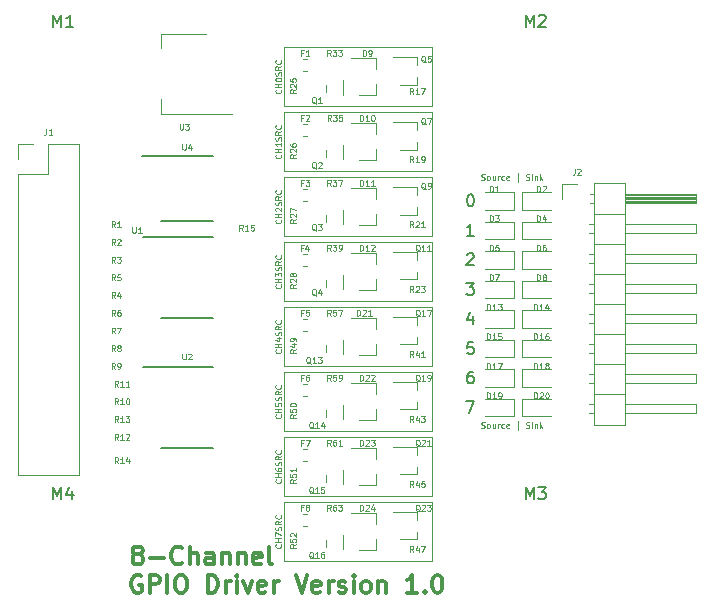
<source format=gbr>
G04 #@! TF.GenerationSoftware,KiCad,Pcbnew,(5.1.0)-1*
G04 #@! TF.CreationDate,2019-05-16T12:54:04-05:00*
G04 #@! TF.ProjectId,GPIODriverVer1,4750494f-4472-4697-9665-72566572312e,rev?*
G04 #@! TF.SameCoordinates,Original*
G04 #@! TF.FileFunction,Legend,Top*
G04 #@! TF.FilePolarity,Positive*
%FSLAX46Y46*%
G04 Gerber Fmt 4.6, Leading zero omitted, Abs format (unit mm)*
G04 Created by KiCad (PCBNEW (5.1.0)-1) date 2019-05-16 12:54:04*
%MOMM*%
%LPD*%
G04 APERTURE LIST*
%ADD10C,0.300000*%
%ADD11C,0.120000*%
%ADD12C,0.100000*%
%ADD13C,0.150000*%
G04 APERTURE END LIST*
D10*
X127428571Y-126421428D02*
X127285714Y-126350000D01*
X127214285Y-126278571D01*
X127142857Y-126135714D01*
X127142857Y-126064285D01*
X127214285Y-125921428D01*
X127285714Y-125850000D01*
X127428571Y-125778571D01*
X127714285Y-125778571D01*
X127857142Y-125850000D01*
X127928571Y-125921428D01*
X128000000Y-126064285D01*
X128000000Y-126135714D01*
X127928571Y-126278571D01*
X127857142Y-126350000D01*
X127714285Y-126421428D01*
X127428571Y-126421428D01*
X127285714Y-126492857D01*
X127214285Y-126564285D01*
X127142857Y-126707142D01*
X127142857Y-126992857D01*
X127214285Y-127135714D01*
X127285714Y-127207142D01*
X127428571Y-127278571D01*
X127714285Y-127278571D01*
X127857142Y-127207142D01*
X127928571Y-127135714D01*
X128000000Y-126992857D01*
X128000000Y-126707142D01*
X127928571Y-126564285D01*
X127857142Y-126492857D01*
X127714285Y-126421428D01*
X128642857Y-126707142D02*
X129785714Y-126707142D01*
X131357142Y-127135714D02*
X131285714Y-127207142D01*
X131071428Y-127278571D01*
X130928571Y-127278571D01*
X130714285Y-127207142D01*
X130571428Y-127064285D01*
X130500000Y-126921428D01*
X130428571Y-126635714D01*
X130428571Y-126421428D01*
X130500000Y-126135714D01*
X130571428Y-125992857D01*
X130714285Y-125850000D01*
X130928571Y-125778571D01*
X131071428Y-125778571D01*
X131285714Y-125850000D01*
X131357142Y-125921428D01*
X132000000Y-127278571D02*
X132000000Y-125778571D01*
X132642857Y-127278571D02*
X132642857Y-126492857D01*
X132571428Y-126350000D01*
X132428571Y-126278571D01*
X132214285Y-126278571D01*
X132071428Y-126350000D01*
X132000000Y-126421428D01*
X134000000Y-127278571D02*
X134000000Y-126492857D01*
X133928571Y-126350000D01*
X133785714Y-126278571D01*
X133500000Y-126278571D01*
X133357142Y-126350000D01*
X134000000Y-127207142D02*
X133857142Y-127278571D01*
X133500000Y-127278571D01*
X133357142Y-127207142D01*
X133285714Y-127064285D01*
X133285714Y-126921428D01*
X133357142Y-126778571D01*
X133500000Y-126707142D01*
X133857142Y-126707142D01*
X134000000Y-126635714D01*
X134714285Y-126278571D02*
X134714285Y-127278571D01*
X134714285Y-126421428D02*
X134785714Y-126350000D01*
X134928571Y-126278571D01*
X135142857Y-126278571D01*
X135285714Y-126350000D01*
X135357142Y-126492857D01*
X135357142Y-127278571D01*
X136071428Y-126278571D02*
X136071428Y-127278571D01*
X136071428Y-126421428D02*
X136142857Y-126350000D01*
X136285714Y-126278571D01*
X136500000Y-126278571D01*
X136642857Y-126350000D01*
X136714285Y-126492857D01*
X136714285Y-127278571D01*
X138000000Y-127207142D02*
X137857142Y-127278571D01*
X137571428Y-127278571D01*
X137428571Y-127207142D01*
X137357142Y-127064285D01*
X137357142Y-126492857D01*
X137428571Y-126350000D01*
X137571428Y-126278571D01*
X137857142Y-126278571D01*
X138000000Y-126350000D01*
X138071428Y-126492857D01*
X138071428Y-126635714D01*
X137357142Y-126778571D01*
X138928571Y-127278571D02*
X138785714Y-127207142D01*
X138714285Y-127064285D01*
X138714285Y-125778571D01*
X127878571Y-128250000D02*
X127735714Y-128178571D01*
X127521428Y-128178571D01*
X127307142Y-128250000D01*
X127164285Y-128392857D01*
X127092857Y-128535714D01*
X127021428Y-128821428D01*
X127021428Y-129035714D01*
X127092857Y-129321428D01*
X127164285Y-129464285D01*
X127307142Y-129607142D01*
X127521428Y-129678571D01*
X127664285Y-129678571D01*
X127878571Y-129607142D01*
X127950000Y-129535714D01*
X127950000Y-129035714D01*
X127664285Y-129035714D01*
X128592857Y-129678571D02*
X128592857Y-128178571D01*
X129164285Y-128178571D01*
X129307142Y-128250000D01*
X129378571Y-128321428D01*
X129450000Y-128464285D01*
X129450000Y-128678571D01*
X129378571Y-128821428D01*
X129307142Y-128892857D01*
X129164285Y-128964285D01*
X128592857Y-128964285D01*
X130092857Y-129678571D02*
X130092857Y-128178571D01*
X131092857Y-128178571D02*
X131378571Y-128178571D01*
X131521428Y-128250000D01*
X131664285Y-128392857D01*
X131735714Y-128678571D01*
X131735714Y-129178571D01*
X131664285Y-129464285D01*
X131521428Y-129607142D01*
X131378571Y-129678571D01*
X131092857Y-129678571D01*
X130950000Y-129607142D01*
X130807142Y-129464285D01*
X130735714Y-129178571D01*
X130735714Y-128678571D01*
X130807142Y-128392857D01*
X130950000Y-128250000D01*
X131092857Y-128178571D01*
X133521428Y-129678571D02*
X133521428Y-128178571D01*
X133878571Y-128178571D01*
X134092857Y-128250000D01*
X134235714Y-128392857D01*
X134307142Y-128535714D01*
X134378571Y-128821428D01*
X134378571Y-129035714D01*
X134307142Y-129321428D01*
X134235714Y-129464285D01*
X134092857Y-129607142D01*
X133878571Y-129678571D01*
X133521428Y-129678571D01*
X135021428Y-129678571D02*
X135021428Y-128678571D01*
X135021428Y-128964285D02*
X135092857Y-128821428D01*
X135164285Y-128750000D01*
X135307142Y-128678571D01*
X135450000Y-128678571D01*
X135950000Y-129678571D02*
X135950000Y-128678571D01*
X135950000Y-128178571D02*
X135878571Y-128250000D01*
X135950000Y-128321428D01*
X136021428Y-128250000D01*
X135950000Y-128178571D01*
X135950000Y-128321428D01*
X136521428Y-128678571D02*
X136878571Y-129678571D01*
X137235714Y-128678571D01*
X138378571Y-129607142D02*
X138235714Y-129678571D01*
X137950000Y-129678571D01*
X137807142Y-129607142D01*
X137735714Y-129464285D01*
X137735714Y-128892857D01*
X137807142Y-128750000D01*
X137950000Y-128678571D01*
X138235714Y-128678571D01*
X138378571Y-128750000D01*
X138450000Y-128892857D01*
X138450000Y-129035714D01*
X137735714Y-129178571D01*
X139092857Y-129678571D02*
X139092857Y-128678571D01*
X139092857Y-128964285D02*
X139164285Y-128821428D01*
X139235714Y-128750000D01*
X139378571Y-128678571D01*
X139521428Y-128678571D01*
X140950000Y-128178571D02*
X141450000Y-129678571D01*
X141950000Y-128178571D01*
X143021428Y-129607142D02*
X142878571Y-129678571D01*
X142592857Y-129678571D01*
X142450000Y-129607142D01*
X142378571Y-129464285D01*
X142378571Y-128892857D01*
X142450000Y-128750000D01*
X142592857Y-128678571D01*
X142878571Y-128678571D01*
X143021428Y-128750000D01*
X143092857Y-128892857D01*
X143092857Y-129035714D01*
X142378571Y-129178571D01*
X143735714Y-129678571D02*
X143735714Y-128678571D01*
X143735714Y-128964285D02*
X143807142Y-128821428D01*
X143878571Y-128750000D01*
X144021428Y-128678571D01*
X144164285Y-128678571D01*
X144592857Y-129607142D02*
X144735714Y-129678571D01*
X145021428Y-129678571D01*
X145164285Y-129607142D01*
X145235714Y-129464285D01*
X145235714Y-129392857D01*
X145164285Y-129250000D01*
X145021428Y-129178571D01*
X144807142Y-129178571D01*
X144664285Y-129107142D01*
X144592857Y-128964285D01*
X144592857Y-128892857D01*
X144664285Y-128750000D01*
X144807142Y-128678571D01*
X145021428Y-128678571D01*
X145164285Y-128750000D01*
X145878571Y-129678571D02*
X145878571Y-128678571D01*
X145878571Y-128178571D02*
X145807142Y-128250000D01*
X145878571Y-128321428D01*
X145950000Y-128250000D01*
X145878571Y-128178571D01*
X145878571Y-128321428D01*
X146807142Y-129678571D02*
X146664285Y-129607142D01*
X146592857Y-129535714D01*
X146521428Y-129392857D01*
X146521428Y-128964285D01*
X146592857Y-128821428D01*
X146664285Y-128750000D01*
X146807142Y-128678571D01*
X147021428Y-128678571D01*
X147164285Y-128750000D01*
X147235714Y-128821428D01*
X147307142Y-128964285D01*
X147307142Y-129392857D01*
X147235714Y-129535714D01*
X147164285Y-129607142D01*
X147021428Y-129678571D01*
X146807142Y-129678571D01*
X147950000Y-128678571D02*
X147950000Y-129678571D01*
X147950000Y-128821428D02*
X148021428Y-128750000D01*
X148164285Y-128678571D01*
X148378571Y-128678571D01*
X148521428Y-128750000D01*
X148592857Y-128892857D01*
X148592857Y-129678571D01*
X151235714Y-129678571D02*
X150378571Y-129678571D01*
X150807142Y-129678571D02*
X150807142Y-128178571D01*
X150664285Y-128392857D01*
X150521428Y-128535714D01*
X150378571Y-128607142D01*
X151878571Y-129535714D02*
X151950000Y-129607142D01*
X151878571Y-129678571D01*
X151807142Y-129607142D01*
X151878571Y-129535714D01*
X151878571Y-129678571D01*
X152878571Y-128178571D02*
X153021428Y-128178571D01*
X153164285Y-128250000D01*
X153235714Y-128321428D01*
X153307142Y-128464285D01*
X153378571Y-128750000D01*
X153378571Y-129107142D01*
X153307142Y-129392857D01*
X153235714Y-129535714D01*
X153164285Y-129607142D01*
X153021428Y-129678571D01*
X152878571Y-129678571D01*
X152735714Y-129607142D01*
X152664285Y-129535714D01*
X152592857Y-129392857D01*
X152521428Y-129107142D01*
X152521428Y-128750000D01*
X152592857Y-128464285D01*
X152664285Y-128321428D01*
X152735714Y-128250000D01*
X152878571Y-128178571D01*
D11*
X140000000Y-122000000D02*
X140000000Y-127000000D01*
X152500000Y-127000000D02*
X152500000Y-122000000D01*
X152500000Y-122000000D02*
X140000000Y-122000000D01*
X140000000Y-127000000D02*
X152500000Y-127000000D01*
D12*
X139678571Y-125583333D02*
X139702380Y-125607142D01*
X139726190Y-125678571D01*
X139726190Y-125726190D01*
X139702380Y-125797619D01*
X139654761Y-125845238D01*
X139607142Y-125869047D01*
X139511904Y-125892857D01*
X139440476Y-125892857D01*
X139345238Y-125869047D01*
X139297619Y-125845238D01*
X139250000Y-125797619D01*
X139226190Y-125726190D01*
X139226190Y-125678571D01*
X139250000Y-125607142D01*
X139273809Y-125583333D01*
X139726190Y-125369047D02*
X139226190Y-125369047D01*
X139464285Y-125369047D02*
X139464285Y-125083333D01*
X139726190Y-125083333D02*
X139226190Y-125083333D01*
X139226190Y-124892857D02*
X139226190Y-124559523D01*
X139726190Y-124773809D01*
X139702380Y-124392857D02*
X139726190Y-124321428D01*
X139726190Y-124202380D01*
X139702380Y-124154761D01*
X139678571Y-124130952D01*
X139630952Y-124107142D01*
X139583333Y-124107142D01*
X139535714Y-124130952D01*
X139511904Y-124154761D01*
X139488095Y-124202380D01*
X139464285Y-124297619D01*
X139440476Y-124345238D01*
X139416666Y-124369047D01*
X139369047Y-124392857D01*
X139321428Y-124392857D01*
X139273809Y-124369047D01*
X139250000Y-124345238D01*
X139226190Y-124297619D01*
X139226190Y-124178571D01*
X139250000Y-124107142D01*
X139726190Y-123607142D02*
X139488095Y-123773809D01*
X139726190Y-123892857D02*
X139226190Y-123892857D01*
X139226190Y-123702380D01*
X139250000Y-123654761D01*
X139273809Y-123630952D01*
X139321428Y-123607142D01*
X139392857Y-123607142D01*
X139440476Y-123630952D01*
X139464285Y-123654761D01*
X139488095Y-123702380D01*
X139488095Y-123892857D01*
X139678571Y-123107142D02*
X139702380Y-123130952D01*
X139726190Y-123202380D01*
X139726190Y-123250000D01*
X139702380Y-123321428D01*
X139654761Y-123369047D01*
X139607142Y-123392857D01*
X139511904Y-123416666D01*
X139440476Y-123416666D01*
X139345238Y-123392857D01*
X139297619Y-123369047D01*
X139250000Y-123321428D01*
X139226190Y-123250000D01*
X139226190Y-123202380D01*
X139250000Y-123130952D01*
X139273809Y-123107142D01*
D11*
X140000000Y-116500000D02*
X140000000Y-121500000D01*
X152500000Y-121500000D02*
X152500000Y-116500000D01*
X152500000Y-116500000D02*
X140000000Y-116500000D01*
X140000000Y-121500000D02*
X152500000Y-121500000D01*
D12*
X139678571Y-120083333D02*
X139702380Y-120107142D01*
X139726190Y-120178571D01*
X139726190Y-120226190D01*
X139702380Y-120297619D01*
X139654761Y-120345238D01*
X139607142Y-120369047D01*
X139511904Y-120392857D01*
X139440476Y-120392857D01*
X139345238Y-120369047D01*
X139297619Y-120345238D01*
X139250000Y-120297619D01*
X139226190Y-120226190D01*
X139226190Y-120178571D01*
X139250000Y-120107142D01*
X139273809Y-120083333D01*
X139726190Y-119869047D02*
X139226190Y-119869047D01*
X139464285Y-119869047D02*
X139464285Y-119583333D01*
X139726190Y-119583333D02*
X139226190Y-119583333D01*
X139226190Y-119130952D02*
X139226190Y-119226190D01*
X139250000Y-119273809D01*
X139273809Y-119297619D01*
X139345238Y-119345238D01*
X139440476Y-119369047D01*
X139630952Y-119369047D01*
X139678571Y-119345238D01*
X139702380Y-119321428D01*
X139726190Y-119273809D01*
X139726190Y-119178571D01*
X139702380Y-119130952D01*
X139678571Y-119107142D01*
X139630952Y-119083333D01*
X139511904Y-119083333D01*
X139464285Y-119107142D01*
X139440476Y-119130952D01*
X139416666Y-119178571D01*
X139416666Y-119273809D01*
X139440476Y-119321428D01*
X139464285Y-119345238D01*
X139511904Y-119369047D01*
X139702380Y-118892857D02*
X139726190Y-118821428D01*
X139726190Y-118702380D01*
X139702380Y-118654761D01*
X139678571Y-118630952D01*
X139630952Y-118607142D01*
X139583333Y-118607142D01*
X139535714Y-118630952D01*
X139511904Y-118654761D01*
X139488095Y-118702380D01*
X139464285Y-118797619D01*
X139440476Y-118845238D01*
X139416666Y-118869047D01*
X139369047Y-118892857D01*
X139321428Y-118892857D01*
X139273809Y-118869047D01*
X139250000Y-118845238D01*
X139226190Y-118797619D01*
X139226190Y-118678571D01*
X139250000Y-118607142D01*
X139726190Y-118107142D02*
X139488095Y-118273809D01*
X139726190Y-118392857D02*
X139226190Y-118392857D01*
X139226190Y-118202380D01*
X139250000Y-118154761D01*
X139273809Y-118130952D01*
X139321428Y-118107142D01*
X139392857Y-118107142D01*
X139440476Y-118130952D01*
X139464285Y-118154761D01*
X139488095Y-118202380D01*
X139488095Y-118392857D01*
X139678571Y-117607142D02*
X139702380Y-117630952D01*
X139726190Y-117702380D01*
X139726190Y-117750000D01*
X139702380Y-117821428D01*
X139654761Y-117869047D01*
X139607142Y-117892857D01*
X139511904Y-117916666D01*
X139440476Y-117916666D01*
X139345238Y-117892857D01*
X139297619Y-117869047D01*
X139250000Y-117821428D01*
X139226190Y-117750000D01*
X139226190Y-117702380D01*
X139250000Y-117630952D01*
X139273809Y-117607142D01*
D11*
X140000000Y-111000000D02*
X140000000Y-116000000D01*
X152500000Y-116000000D02*
X152500000Y-111000000D01*
X152500000Y-111000000D02*
X140000000Y-111000000D01*
X140000000Y-116000000D02*
X152500000Y-116000000D01*
D12*
X139678571Y-114583333D02*
X139702380Y-114607142D01*
X139726190Y-114678571D01*
X139726190Y-114726190D01*
X139702380Y-114797619D01*
X139654761Y-114845238D01*
X139607142Y-114869047D01*
X139511904Y-114892857D01*
X139440476Y-114892857D01*
X139345238Y-114869047D01*
X139297619Y-114845238D01*
X139250000Y-114797619D01*
X139226190Y-114726190D01*
X139226190Y-114678571D01*
X139250000Y-114607142D01*
X139273809Y-114583333D01*
X139726190Y-114369047D02*
X139226190Y-114369047D01*
X139464285Y-114369047D02*
X139464285Y-114083333D01*
X139726190Y-114083333D02*
X139226190Y-114083333D01*
X139226190Y-113607142D02*
X139226190Y-113845238D01*
X139464285Y-113869047D01*
X139440476Y-113845238D01*
X139416666Y-113797619D01*
X139416666Y-113678571D01*
X139440476Y-113630952D01*
X139464285Y-113607142D01*
X139511904Y-113583333D01*
X139630952Y-113583333D01*
X139678571Y-113607142D01*
X139702380Y-113630952D01*
X139726190Y-113678571D01*
X139726190Y-113797619D01*
X139702380Y-113845238D01*
X139678571Y-113869047D01*
X139702380Y-113392857D02*
X139726190Y-113321428D01*
X139726190Y-113202380D01*
X139702380Y-113154761D01*
X139678571Y-113130952D01*
X139630952Y-113107142D01*
X139583333Y-113107142D01*
X139535714Y-113130952D01*
X139511904Y-113154761D01*
X139488095Y-113202380D01*
X139464285Y-113297619D01*
X139440476Y-113345238D01*
X139416666Y-113369047D01*
X139369047Y-113392857D01*
X139321428Y-113392857D01*
X139273809Y-113369047D01*
X139250000Y-113345238D01*
X139226190Y-113297619D01*
X139226190Y-113178571D01*
X139250000Y-113107142D01*
X139726190Y-112607142D02*
X139488095Y-112773809D01*
X139726190Y-112892857D02*
X139226190Y-112892857D01*
X139226190Y-112702380D01*
X139250000Y-112654761D01*
X139273809Y-112630952D01*
X139321428Y-112607142D01*
X139392857Y-112607142D01*
X139440476Y-112630952D01*
X139464285Y-112654761D01*
X139488095Y-112702380D01*
X139488095Y-112892857D01*
X139678571Y-112107142D02*
X139702380Y-112130952D01*
X139726190Y-112202380D01*
X139726190Y-112250000D01*
X139702380Y-112321428D01*
X139654761Y-112369047D01*
X139607142Y-112392857D01*
X139511904Y-112416666D01*
X139440476Y-112416666D01*
X139345238Y-112392857D01*
X139297619Y-112369047D01*
X139250000Y-112321428D01*
X139226190Y-112250000D01*
X139226190Y-112202380D01*
X139250000Y-112130952D01*
X139273809Y-112107142D01*
D11*
X140000000Y-105500000D02*
X140000000Y-110500000D01*
X152500000Y-110500000D02*
X152500000Y-105500000D01*
X152500000Y-105500000D02*
X140000000Y-105500000D01*
X140000000Y-110500000D02*
X152500000Y-110500000D01*
D12*
X139678571Y-109083333D02*
X139702380Y-109107142D01*
X139726190Y-109178571D01*
X139726190Y-109226190D01*
X139702380Y-109297619D01*
X139654761Y-109345238D01*
X139607142Y-109369047D01*
X139511904Y-109392857D01*
X139440476Y-109392857D01*
X139345238Y-109369047D01*
X139297619Y-109345238D01*
X139250000Y-109297619D01*
X139226190Y-109226190D01*
X139226190Y-109178571D01*
X139250000Y-109107142D01*
X139273809Y-109083333D01*
X139726190Y-108869047D02*
X139226190Y-108869047D01*
X139464285Y-108869047D02*
X139464285Y-108583333D01*
X139726190Y-108583333D02*
X139226190Y-108583333D01*
X139392857Y-108130952D02*
X139726190Y-108130952D01*
X139202380Y-108250000D02*
X139559523Y-108369047D01*
X139559523Y-108059523D01*
X139702380Y-107892857D02*
X139726190Y-107821428D01*
X139726190Y-107702380D01*
X139702380Y-107654761D01*
X139678571Y-107630952D01*
X139630952Y-107607142D01*
X139583333Y-107607142D01*
X139535714Y-107630952D01*
X139511904Y-107654761D01*
X139488095Y-107702380D01*
X139464285Y-107797619D01*
X139440476Y-107845238D01*
X139416666Y-107869047D01*
X139369047Y-107892857D01*
X139321428Y-107892857D01*
X139273809Y-107869047D01*
X139250000Y-107845238D01*
X139226190Y-107797619D01*
X139226190Y-107678571D01*
X139250000Y-107607142D01*
X139726190Y-107107142D02*
X139488095Y-107273809D01*
X139726190Y-107392857D02*
X139226190Y-107392857D01*
X139226190Y-107202380D01*
X139250000Y-107154761D01*
X139273809Y-107130952D01*
X139321428Y-107107142D01*
X139392857Y-107107142D01*
X139440476Y-107130952D01*
X139464285Y-107154761D01*
X139488095Y-107202380D01*
X139488095Y-107392857D01*
X139678571Y-106607142D02*
X139702380Y-106630952D01*
X139726190Y-106702380D01*
X139726190Y-106750000D01*
X139702380Y-106821428D01*
X139654761Y-106869047D01*
X139607142Y-106892857D01*
X139511904Y-106916666D01*
X139440476Y-106916666D01*
X139345238Y-106892857D01*
X139297619Y-106869047D01*
X139250000Y-106821428D01*
X139226190Y-106750000D01*
X139226190Y-106702380D01*
X139250000Y-106630952D01*
X139273809Y-106607142D01*
D11*
X140000000Y-100000000D02*
X140000000Y-105000000D01*
X152500000Y-105000000D02*
X152500000Y-100000000D01*
X152500000Y-100000000D02*
X140000000Y-100000000D01*
X140000000Y-105000000D02*
X152500000Y-105000000D01*
D12*
X139678571Y-103583333D02*
X139702380Y-103607142D01*
X139726190Y-103678571D01*
X139726190Y-103726190D01*
X139702380Y-103797619D01*
X139654761Y-103845238D01*
X139607142Y-103869047D01*
X139511904Y-103892857D01*
X139440476Y-103892857D01*
X139345238Y-103869047D01*
X139297619Y-103845238D01*
X139250000Y-103797619D01*
X139226190Y-103726190D01*
X139226190Y-103678571D01*
X139250000Y-103607142D01*
X139273809Y-103583333D01*
X139726190Y-103369047D02*
X139226190Y-103369047D01*
X139464285Y-103369047D02*
X139464285Y-103083333D01*
X139726190Y-103083333D02*
X139226190Y-103083333D01*
X139226190Y-102892857D02*
X139226190Y-102583333D01*
X139416666Y-102750000D01*
X139416666Y-102678571D01*
X139440476Y-102630952D01*
X139464285Y-102607142D01*
X139511904Y-102583333D01*
X139630952Y-102583333D01*
X139678571Y-102607142D01*
X139702380Y-102630952D01*
X139726190Y-102678571D01*
X139726190Y-102821428D01*
X139702380Y-102869047D01*
X139678571Y-102892857D01*
X139702380Y-102392857D02*
X139726190Y-102321428D01*
X139726190Y-102202380D01*
X139702380Y-102154761D01*
X139678571Y-102130952D01*
X139630952Y-102107142D01*
X139583333Y-102107142D01*
X139535714Y-102130952D01*
X139511904Y-102154761D01*
X139488095Y-102202380D01*
X139464285Y-102297619D01*
X139440476Y-102345238D01*
X139416666Y-102369047D01*
X139369047Y-102392857D01*
X139321428Y-102392857D01*
X139273809Y-102369047D01*
X139250000Y-102345238D01*
X139226190Y-102297619D01*
X139226190Y-102178571D01*
X139250000Y-102107142D01*
X139726190Y-101607142D02*
X139488095Y-101773809D01*
X139726190Y-101892857D02*
X139226190Y-101892857D01*
X139226190Y-101702380D01*
X139250000Y-101654761D01*
X139273809Y-101630952D01*
X139321428Y-101607142D01*
X139392857Y-101607142D01*
X139440476Y-101630952D01*
X139464285Y-101654761D01*
X139488095Y-101702380D01*
X139488095Y-101892857D01*
X139678571Y-101107142D02*
X139702380Y-101130952D01*
X139726190Y-101202380D01*
X139726190Y-101250000D01*
X139702380Y-101321428D01*
X139654761Y-101369047D01*
X139607142Y-101392857D01*
X139511904Y-101416666D01*
X139440476Y-101416666D01*
X139345238Y-101392857D01*
X139297619Y-101369047D01*
X139250000Y-101321428D01*
X139226190Y-101250000D01*
X139226190Y-101202380D01*
X139250000Y-101130952D01*
X139273809Y-101107142D01*
D11*
X140000000Y-94500000D02*
X140000000Y-99500000D01*
X152500000Y-99500000D02*
X152500000Y-94500000D01*
X152500000Y-94500000D02*
X140000000Y-94500000D01*
X140000000Y-99500000D02*
X152500000Y-99500000D01*
D12*
X139678571Y-98083333D02*
X139702380Y-98107142D01*
X139726190Y-98178571D01*
X139726190Y-98226190D01*
X139702380Y-98297619D01*
X139654761Y-98345238D01*
X139607142Y-98369047D01*
X139511904Y-98392857D01*
X139440476Y-98392857D01*
X139345238Y-98369047D01*
X139297619Y-98345238D01*
X139250000Y-98297619D01*
X139226190Y-98226190D01*
X139226190Y-98178571D01*
X139250000Y-98107142D01*
X139273809Y-98083333D01*
X139726190Y-97869047D02*
X139226190Y-97869047D01*
X139464285Y-97869047D02*
X139464285Y-97583333D01*
X139726190Y-97583333D02*
X139226190Y-97583333D01*
X139273809Y-97369047D02*
X139250000Y-97345238D01*
X139226190Y-97297619D01*
X139226190Y-97178571D01*
X139250000Y-97130952D01*
X139273809Y-97107142D01*
X139321428Y-97083333D01*
X139369047Y-97083333D01*
X139440476Y-97107142D01*
X139726190Y-97392857D01*
X139726190Y-97083333D01*
X139702380Y-96892857D02*
X139726190Y-96821428D01*
X139726190Y-96702380D01*
X139702380Y-96654761D01*
X139678571Y-96630952D01*
X139630952Y-96607142D01*
X139583333Y-96607142D01*
X139535714Y-96630952D01*
X139511904Y-96654761D01*
X139488095Y-96702380D01*
X139464285Y-96797619D01*
X139440476Y-96845238D01*
X139416666Y-96869047D01*
X139369047Y-96892857D01*
X139321428Y-96892857D01*
X139273809Y-96869047D01*
X139250000Y-96845238D01*
X139226190Y-96797619D01*
X139226190Y-96678571D01*
X139250000Y-96607142D01*
X139726190Y-96107142D02*
X139488095Y-96273809D01*
X139726190Y-96392857D02*
X139226190Y-96392857D01*
X139226190Y-96202380D01*
X139250000Y-96154761D01*
X139273809Y-96130952D01*
X139321428Y-96107142D01*
X139392857Y-96107142D01*
X139440476Y-96130952D01*
X139464285Y-96154761D01*
X139488095Y-96202380D01*
X139488095Y-96392857D01*
X139678571Y-95607142D02*
X139702380Y-95630952D01*
X139726190Y-95702380D01*
X139726190Y-95750000D01*
X139702380Y-95821428D01*
X139654761Y-95869047D01*
X139607142Y-95892857D01*
X139511904Y-95916666D01*
X139440476Y-95916666D01*
X139345238Y-95892857D01*
X139297619Y-95869047D01*
X139250000Y-95821428D01*
X139226190Y-95750000D01*
X139226190Y-95702380D01*
X139250000Y-95630952D01*
X139273809Y-95607142D01*
D11*
X140000000Y-89000000D02*
X140000000Y-94000000D01*
X152500000Y-94000000D02*
X152500000Y-89000000D01*
X152500000Y-89000000D02*
X140000000Y-89000000D01*
X140000000Y-94000000D02*
X152500000Y-94000000D01*
D12*
X139678571Y-92583333D02*
X139702380Y-92607142D01*
X139726190Y-92678571D01*
X139726190Y-92726190D01*
X139702380Y-92797619D01*
X139654761Y-92845238D01*
X139607142Y-92869047D01*
X139511904Y-92892857D01*
X139440476Y-92892857D01*
X139345238Y-92869047D01*
X139297619Y-92845238D01*
X139250000Y-92797619D01*
X139226190Y-92726190D01*
X139226190Y-92678571D01*
X139250000Y-92607142D01*
X139273809Y-92583333D01*
X139726190Y-92369047D02*
X139226190Y-92369047D01*
X139464285Y-92369047D02*
X139464285Y-92083333D01*
X139726190Y-92083333D02*
X139226190Y-92083333D01*
X139726190Y-91583333D02*
X139726190Y-91869047D01*
X139726190Y-91726190D02*
X139226190Y-91726190D01*
X139297619Y-91773809D01*
X139345238Y-91821428D01*
X139369047Y-91869047D01*
X139702380Y-91392857D02*
X139726190Y-91321428D01*
X139726190Y-91202380D01*
X139702380Y-91154761D01*
X139678571Y-91130952D01*
X139630952Y-91107142D01*
X139583333Y-91107142D01*
X139535714Y-91130952D01*
X139511904Y-91154761D01*
X139488095Y-91202380D01*
X139464285Y-91297619D01*
X139440476Y-91345238D01*
X139416666Y-91369047D01*
X139369047Y-91392857D01*
X139321428Y-91392857D01*
X139273809Y-91369047D01*
X139250000Y-91345238D01*
X139226190Y-91297619D01*
X139226190Y-91178571D01*
X139250000Y-91107142D01*
X139726190Y-90607142D02*
X139488095Y-90773809D01*
X139726190Y-90892857D02*
X139226190Y-90892857D01*
X139226190Y-90702380D01*
X139250000Y-90654761D01*
X139273809Y-90630952D01*
X139321428Y-90607142D01*
X139392857Y-90607142D01*
X139440476Y-90630952D01*
X139464285Y-90654761D01*
X139488095Y-90702380D01*
X139488095Y-90892857D01*
X139678571Y-90107142D02*
X139702380Y-90130952D01*
X139726190Y-90202380D01*
X139726190Y-90250000D01*
X139702380Y-90321428D01*
X139654761Y-90369047D01*
X139607142Y-90392857D01*
X139511904Y-90416666D01*
X139440476Y-90416666D01*
X139345238Y-90392857D01*
X139297619Y-90369047D01*
X139250000Y-90321428D01*
X139226190Y-90250000D01*
X139226190Y-90202380D01*
X139250000Y-90130952D01*
X139273809Y-90107142D01*
X139678571Y-87083333D02*
X139702380Y-87107142D01*
X139726190Y-87178571D01*
X139726190Y-87226190D01*
X139702380Y-87297619D01*
X139654761Y-87345238D01*
X139607142Y-87369047D01*
X139511904Y-87392857D01*
X139440476Y-87392857D01*
X139345238Y-87369047D01*
X139297619Y-87345238D01*
X139250000Y-87297619D01*
X139226190Y-87226190D01*
X139226190Y-87178571D01*
X139250000Y-87107142D01*
X139273809Y-87083333D01*
X139726190Y-86869047D02*
X139226190Y-86869047D01*
X139464285Y-86869047D02*
X139464285Y-86583333D01*
X139726190Y-86583333D02*
X139226190Y-86583333D01*
X139226190Y-86250000D02*
X139226190Y-86202380D01*
X139250000Y-86154761D01*
X139273809Y-86130952D01*
X139321428Y-86107142D01*
X139416666Y-86083333D01*
X139535714Y-86083333D01*
X139630952Y-86107142D01*
X139678571Y-86130952D01*
X139702380Y-86154761D01*
X139726190Y-86202380D01*
X139726190Y-86250000D01*
X139702380Y-86297619D01*
X139678571Y-86321428D01*
X139630952Y-86345238D01*
X139535714Y-86369047D01*
X139416666Y-86369047D01*
X139321428Y-86345238D01*
X139273809Y-86321428D01*
X139250000Y-86297619D01*
X139226190Y-86250000D01*
X139702380Y-85892857D02*
X139726190Y-85821428D01*
X139726190Y-85702380D01*
X139702380Y-85654761D01*
X139678571Y-85630952D01*
X139630952Y-85607142D01*
X139583333Y-85607142D01*
X139535714Y-85630952D01*
X139511904Y-85654761D01*
X139488095Y-85702380D01*
X139464285Y-85797619D01*
X139440476Y-85845238D01*
X139416666Y-85869047D01*
X139369047Y-85892857D01*
X139321428Y-85892857D01*
X139273809Y-85869047D01*
X139250000Y-85845238D01*
X139226190Y-85797619D01*
X139226190Y-85678571D01*
X139250000Y-85607142D01*
X139726190Y-85107142D02*
X139488095Y-85273809D01*
X139726190Y-85392857D02*
X139226190Y-85392857D01*
X139226190Y-85202380D01*
X139250000Y-85154761D01*
X139273809Y-85130952D01*
X139321428Y-85107142D01*
X139392857Y-85107142D01*
X139440476Y-85130952D01*
X139464285Y-85154761D01*
X139488095Y-85202380D01*
X139488095Y-85392857D01*
X139678571Y-84607142D02*
X139702380Y-84630952D01*
X139726190Y-84702380D01*
X139726190Y-84750000D01*
X139702380Y-84821428D01*
X139654761Y-84869047D01*
X139607142Y-84892857D01*
X139511904Y-84916666D01*
X139440476Y-84916666D01*
X139345238Y-84892857D01*
X139297619Y-84869047D01*
X139250000Y-84821428D01*
X139226190Y-84750000D01*
X139226190Y-84702380D01*
X139250000Y-84630952D01*
X139273809Y-84607142D01*
D11*
X152500000Y-83500000D02*
X140000000Y-83500000D01*
X152500000Y-88500000D02*
X152500000Y-83500000D01*
X140000000Y-88500000D02*
X152500000Y-88500000D01*
X140000000Y-83500000D02*
X140000000Y-88500000D01*
D13*
X155416666Y-113452380D02*
X156083333Y-113452380D01*
X155654761Y-114452380D01*
X155940476Y-110952380D02*
X155750000Y-110952380D01*
X155654761Y-111000000D01*
X155607142Y-111047619D01*
X155511904Y-111190476D01*
X155464285Y-111380952D01*
X155464285Y-111761904D01*
X155511904Y-111857142D01*
X155559523Y-111904761D01*
X155654761Y-111952380D01*
X155845238Y-111952380D01*
X155940476Y-111904761D01*
X155988095Y-111857142D01*
X156035714Y-111761904D01*
X156035714Y-111523809D01*
X155988095Y-111428571D01*
X155940476Y-111380952D01*
X155845238Y-111333333D01*
X155654761Y-111333333D01*
X155559523Y-111380952D01*
X155511904Y-111428571D01*
X155464285Y-111523809D01*
X155988095Y-108452380D02*
X155511904Y-108452380D01*
X155464285Y-108928571D01*
X155511904Y-108880952D01*
X155607142Y-108833333D01*
X155845238Y-108833333D01*
X155940476Y-108880952D01*
X155988095Y-108928571D01*
X156035714Y-109023809D01*
X156035714Y-109261904D01*
X155988095Y-109357142D01*
X155940476Y-109404761D01*
X155845238Y-109452380D01*
X155607142Y-109452380D01*
X155511904Y-109404761D01*
X155464285Y-109357142D01*
X155940476Y-106285714D02*
X155940476Y-106952380D01*
X155702380Y-105904761D02*
X155464285Y-106619047D01*
X156083333Y-106619047D01*
X155416666Y-103452380D02*
X156035714Y-103452380D01*
X155702380Y-103833333D01*
X155845238Y-103833333D01*
X155940476Y-103880952D01*
X155988095Y-103928571D01*
X156035714Y-104023809D01*
X156035714Y-104261904D01*
X155988095Y-104357142D01*
X155940476Y-104404761D01*
X155845238Y-104452380D01*
X155559523Y-104452380D01*
X155464285Y-104404761D01*
X155416666Y-104357142D01*
X155464285Y-101047619D02*
X155511904Y-101000000D01*
X155607142Y-100952380D01*
X155845238Y-100952380D01*
X155940476Y-101000000D01*
X155988095Y-101047619D01*
X156035714Y-101142857D01*
X156035714Y-101238095D01*
X155988095Y-101380952D01*
X155416666Y-101952380D01*
X156035714Y-101952380D01*
X156035714Y-99452380D02*
X155464285Y-99452380D01*
X155750000Y-99452380D02*
X155750000Y-98452380D01*
X155654761Y-98595238D01*
X155559523Y-98690476D01*
X155464285Y-98738095D01*
X155702380Y-95952380D02*
X155797619Y-95952380D01*
X155892857Y-96000000D01*
X155940476Y-96047619D01*
X155988095Y-96142857D01*
X156035714Y-96333333D01*
X156035714Y-96571428D01*
X155988095Y-96761904D01*
X155940476Y-96857142D01*
X155892857Y-96904761D01*
X155797619Y-96952380D01*
X155702380Y-96952380D01*
X155607142Y-96904761D01*
X155559523Y-96857142D01*
X155511904Y-96761904D01*
X155464285Y-96571428D01*
X155464285Y-96333333D01*
X155511904Y-96142857D01*
X155559523Y-96047619D01*
X155607142Y-96000000D01*
X155702380Y-95952380D01*
D12*
X156666666Y-115702380D02*
X156738095Y-115726190D01*
X156857142Y-115726190D01*
X156904761Y-115702380D01*
X156928571Y-115678571D01*
X156952380Y-115630952D01*
X156952380Y-115583333D01*
X156928571Y-115535714D01*
X156904761Y-115511904D01*
X156857142Y-115488095D01*
X156761904Y-115464285D01*
X156714285Y-115440476D01*
X156690476Y-115416666D01*
X156666666Y-115369047D01*
X156666666Y-115321428D01*
X156690476Y-115273809D01*
X156714285Y-115250000D01*
X156761904Y-115226190D01*
X156880952Y-115226190D01*
X156952380Y-115250000D01*
X157238095Y-115726190D02*
X157190476Y-115702380D01*
X157166666Y-115678571D01*
X157142857Y-115630952D01*
X157142857Y-115488095D01*
X157166666Y-115440476D01*
X157190476Y-115416666D01*
X157238095Y-115392857D01*
X157309523Y-115392857D01*
X157357142Y-115416666D01*
X157380952Y-115440476D01*
X157404761Y-115488095D01*
X157404761Y-115630952D01*
X157380952Y-115678571D01*
X157357142Y-115702380D01*
X157309523Y-115726190D01*
X157238095Y-115726190D01*
X157833333Y-115392857D02*
X157833333Y-115726190D01*
X157619047Y-115392857D02*
X157619047Y-115654761D01*
X157642857Y-115702380D01*
X157690476Y-115726190D01*
X157761904Y-115726190D01*
X157809523Y-115702380D01*
X157833333Y-115678571D01*
X158071428Y-115726190D02*
X158071428Y-115392857D01*
X158071428Y-115488095D02*
X158095238Y-115440476D01*
X158119047Y-115416666D01*
X158166666Y-115392857D01*
X158214285Y-115392857D01*
X158595238Y-115702380D02*
X158547619Y-115726190D01*
X158452380Y-115726190D01*
X158404761Y-115702380D01*
X158380952Y-115678571D01*
X158357142Y-115630952D01*
X158357142Y-115488095D01*
X158380952Y-115440476D01*
X158404761Y-115416666D01*
X158452380Y-115392857D01*
X158547619Y-115392857D01*
X158595238Y-115416666D01*
X159000000Y-115702380D02*
X158952380Y-115726190D01*
X158857142Y-115726190D01*
X158809523Y-115702380D01*
X158785714Y-115654761D01*
X158785714Y-115464285D01*
X158809523Y-115416666D01*
X158857142Y-115392857D01*
X158952380Y-115392857D01*
X159000000Y-115416666D01*
X159023809Y-115464285D01*
X159023809Y-115511904D01*
X158785714Y-115559523D01*
X159738095Y-115892857D02*
X159738095Y-115178571D01*
X160452380Y-115702380D02*
X160523809Y-115726190D01*
X160642857Y-115726190D01*
X160690476Y-115702380D01*
X160714285Y-115678571D01*
X160738095Y-115630952D01*
X160738095Y-115583333D01*
X160714285Y-115535714D01*
X160690476Y-115511904D01*
X160642857Y-115488095D01*
X160547619Y-115464285D01*
X160500000Y-115440476D01*
X160476190Y-115416666D01*
X160452380Y-115369047D01*
X160452380Y-115321428D01*
X160476190Y-115273809D01*
X160500000Y-115250000D01*
X160547619Y-115226190D01*
X160666666Y-115226190D01*
X160738095Y-115250000D01*
X160952380Y-115726190D02*
X160952380Y-115392857D01*
X160952380Y-115226190D02*
X160928571Y-115250000D01*
X160952380Y-115273809D01*
X160976190Y-115250000D01*
X160952380Y-115226190D01*
X160952380Y-115273809D01*
X161190476Y-115392857D02*
X161190476Y-115726190D01*
X161190476Y-115440476D02*
X161214285Y-115416666D01*
X161261904Y-115392857D01*
X161333333Y-115392857D01*
X161380952Y-115416666D01*
X161404761Y-115464285D01*
X161404761Y-115726190D01*
X161642857Y-115726190D02*
X161642857Y-115226190D01*
X161690476Y-115535714D02*
X161833333Y-115726190D01*
X161833333Y-115392857D02*
X161642857Y-115583333D01*
X156666666Y-94702380D02*
X156738095Y-94726190D01*
X156857142Y-94726190D01*
X156904761Y-94702380D01*
X156928571Y-94678571D01*
X156952380Y-94630952D01*
X156952380Y-94583333D01*
X156928571Y-94535714D01*
X156904761Y-94511904D01*
X156857142Y-94488095D01*
X156761904Y-94464285D01*
X156714285Y-94440476D01*
X156690476Y-94416666D01*
X156666666Y-94369047D01*
X156666666Y-94321428D01*
X156690476Y-94273809D01*
X156714285Y-94250000D01*
X156761904Y-94226190D01*
X156880952Y-94226190D01*
X156952380Y-94250000D01*
X157238095Y-94726190D02*
X157190476Y-94702380D01*
X157166666Y-94678571D01*
X157142857Y-94630952D01*
X157142857Y-94488095D01*
X157166666Y-94440476D01*
X157190476Y-94416666D01*
X157238095Y-94392857D01*
X157309523Y-94392857D01*
X157357142Y-94416666D01*
X157380952Y-94440476D01*
X157404761Y-94488095D01*
X157404761Y-94630952D01*
X157380952Y-94678571D01*
X157357142Y-94702380D01*
X157309523Y-94726190D01*
X157238095Y-94726190D01*
X157833333Y-94392857D02*
X157833333Y-94726190D01*
X157619047Y-94392857D02*
X157619047Y-94654761D01*
X157642857Y-94702380D01*
X157690476Y-94726190D01*
X157761904Y-94726190D01*
X157809523Y-94702380D01*
X157833333Y-94678571D01*
X158071428Y-94726190D02*
X158071428Y-94392857D01*
X158071428Y-94488095D02*
X158095238Y-94440476D01*
X158119047Y-94416666D01*
X158166666Y-94392857D01*
X158214285Y-94392857D01*
X158595238Y-94702380D02*
X158547619Y-94726190D01*
X158452380Y-94726190D01*
X158404761Y-94702380D01*
X158380952Y-94678571D01*
X158357142Y-94630952D01*
X158357142Y-94488095D01*
X158380952Y-94440476D01*
X158404761Y-94416666D01*
X158452380Y-94392857D01*
X158547619Y-94392857D01*
X158595238Y-94416666D01*
X159000000Y-94702380D02*
X158952380Y-94726190D01*
X158857142Y-94726190D01*
X158809523Y-94702380D01*
X158785714Y-94654761D01*
X158785714Y-94464285D01*
X158809523Y-94416666D01*
X158857142Y-94392857D01*
X158952380Y-94392857D01*
X159000000Y-94416666D01*
X159023809Y-94464285D01*
X159023809Y-94511904D01*
X158785714Y-94559523D01*
X159738095Y-94892857D02*
X159738095Y-94178571D01*
X160452380Y-94702380D02*
X160523809Y-94726190D01*
X160642857Y-94726190D01*
X160690476Y-94702380D01*
X160714285Y-94678571D01*
X160738095Y-94630952D01*
X160738095Y-94583333D01*
X160714285Y-94535714D01*
X160690476Y-94511904D01*
X160642857Y-94488095D01*
X160547619Y-94464285D01*
X160500000Y-94440476D01*
X160476190Y-94416666D01*
X160452380Y-94369047D01*
X160452380Y-94321428D01*
X160476190Y-94273809D01*
X160500000Y-94250000D01*
X160547619Y-94226190D01*
X160666666Y-94226190D01*
X160738095Y-94250000D01*
X160952380Y-94726190D02*
X160952380Y-94392857D01*
X160952380Y-94226190D02*
X160928571Y-94250000D01*
X160952380Y-94273809D01*
X160976190Y-94250000D01*
X160952380Y-94226190D01*
X160952380Y-94273809D01*
X161190476Y-94392857D02*
X161190476Y-94726190D01*
X161190476Y-94440476D02*
X161214285Y-94416666D01*
X161261904Y-94392857D01*
X161333333Y-94392857D01*
X161380952Y-94416666D01*
X161404761Y-94464285D01*
X161404761Y-94726190D01*
X161642857Y-94726190D02*
X161642857Y-94226190D01*
X161690476Y-94535714D02*
X161833333Y-94726190D01*
X161833333Y-94392857D02*
X161642857Y-94583333D01*
D11*
X149820000Y-125160000D02*
X151230000Y-125160000D01*
X151230000Y-122840000D02*
X149200000Y-122840000D01*
X151230000Y-122840000D02*
X151230000Y-123500000D01*
X151230000Y-124500000D02*
X151230000Y-125160000D01*
X149820000Y-119660000D02*
X151230000Y-119660000D01*
X151230000Y-117340000D02*
X149200000Y-117340000D01*
X151230000Y-117340000D02*
X151230000Y-118000000D01*
X151230000Y-119000000D02*
X151230000Y-119660000D01*
X149820000Y-114160000D02*
X151230000Y-114160000D01*
X151230000Y-111840000D02*
X149200000Y-111840000D01*
X151230000Y-111840000D02*
X151230000Y-112500000D01*
X151230000Y-113500000D02*
X151230000Y-114160000D01*
X149820000Y-108660000D02*
X151230000Y-108660000D01*
X151230000Y-106340000D02*
X149200000Y-106340000D01*
X151230000Y-106340000D02*
X151230000Y-107000000D01*
X151230000Y-108000000D02*
X151230000Y-108660000D01*
X149820000Y-103160000D02*
X151230000Y-103160000D01*
X151230000Y-100840000D02*
X149200000Y-100840000D01*
X151230000Y-100840000D02*
X151230000Y-101500000D01*
X151230000Y-102500000D02*
X151230000Y-103160000D01*
X149820000Y-97660000D02*
X151230000Y-97660000D01*
X151230000Y-95340000D02*
X149200000Y-95340000D01*
X151230000Y-95340000D02*
X151230000Y-96000000D01*
X151230000Y-97000000D02*
X151230000Y-97660000D01*
X149820000Y-92160000D02*
X151230000Y-92160000D01*
X151230000Y-89840000D02*
X149200000Y-89840000D01*
X151230000Y-89840000D02*
X151230000Y-90500000D01*
X151230000Y-91500000D02*
X151230000Y-92160000D01*
X149820000Y-86660000D02*
X151230000Y-86660000D01*
X151230000Y-84340000D02*
X149200000Y-84340000D01*
X151230000Y-84340000D02*
X151230000Y-85000000D01*
X151230000Y-86000000D02*
X151230000Y-86660000D01*
X117420000Y-91670000D02*
X118750000Y-91670000D01*
X117420000Y-93000000D02*
X117420000Y-91670000D01*
X120020000Y-91670000D02*
X122620000Y-91670000D01*
X120020000Y-94270000D02*
X120020000Y-91670000D01*
X117420000Y-94270000D02*
X120020000Y-94270000D01*
X122620000Y-91670000D02*
X122620000Y-119730000D01*
X117420000Y-94270000D02*
X117420000Y-119730000D01*
X117420000Y-119730000D02*
X122620000Y-119730000D01*
X159410000Y-95765000D02*
X156950000Y-95765000D01*
X159410000Y-97235000D02*
X159410000Y-95765000D01*
X156950000Y-97235000D02*
X159410000Y-97235000D01*
X162550000Y-95765000D02*
X160090000Y-95765000D01*
X160090000Y-95765000D02*
X160090000Y-97235000D01*
X160090000Y-97235000D02*
X162550000Y-97235000D01*
X159410000Y-98265000D02*
X156950000Y-98265000D01*
X159410000Y-99735000D02*
X159410000Y-98265000D01*
X156950000Y-99735000D02*
X159410000Y-99735000D01*
X162550000Y-98265000D02*
X160090000Y-98265000D01*
X160090000Y-98265000D02*
X160090000Y-99735000D01*
X160090000Y-99735000D02*
X162550000Y-99735000D01*
X159410000Y-100765000D02*
X156950000Y-100765000D01*
X159410000Y-102235000D02*
X159410000Y-100765000D01*
X156950000Y-102235000D02*
X159410000Y-102235000D01*
X162550000Y-100765000D02*
X160090000Y-100765000D01*
X160090000Y-100765000D02*
X160090000Y-102235000D01*
X160090000Y-102235000D02*
X162550000Y-102235000D01*
X156950000Y-104735000D02*
X159410000Y-104735000D01*
X159410000Y-104735000D02*
X159410000Y-103265000D01*
X159410000Y-103265000D02*
X156950000Y-103265000D01*
X160090000Y-104735000D02*
X162550000Y-104735000D01*
X160090000Y-103265000D02*
X160090000Y-104735000D01*
X162550000Y-103265000D02*
X160090000Y-103265000D01*
X147760000Y-87580000D02*
X146300000Y-87580000D01*
X147760000Y-84420000D02*
X145600000Y-84420000D01*
X147760000Y-84420000D02*
X147760000Y-85350000D01*
X147760000Y-87580000D02*
X147760000Y-86650000D01*
X147760000Y-93080000D02*
X146300000Y-93080000D01*
X147760000Y-89920000D02*
X145600000Y-89920000D01*
X147760000Y-89920000D02*
X147760000Y-90850000D01*
X147760000Y-93080000D02*
X147760000Y-92150000D01*
X147760000Y-98580000D02*
X147760000Y-97650000D01*
X147760000Y-95420000D02*
X147760000Y-96350000D01*
X147760000Y-95420000D02*
X145600000Y-95420000D01*
X147760000Y-98580000D02*
X146300000Y-98580000D01*
X147760000Y-104080000D02*
X147760000Y-103150000D01*
X147760000Y-100920000D02*
X147760000Y-101850000D01*
X147760000Y-100920000D02*
X145600000Y-100920000D01*
X147760000Y-104080000D02*
X146300000Y-104080000D01*
X156950000Y-107235000D02*
X159410000Y-107235000D01*
X159410000Y-107235000D02*
X159410000Y-105765000D01*
X159410000Y-105765000D02*
X156950000Y-105765000D01*
X160090000Y-107235000D02*
X162550000Y-107235000D01*
X160090000Y-105765000D02*
X160090000Y-107235000D01*
X162550000Y-105765000D02*
X160090000Y-105765000D01*
X159410000Y-108265000D02*
X156950000Y-108265000D01*
X159410000Y-109735000D02*
X159410000Y-108265000D01*
X156950000Y-109735000D02*
X159410000Y-109735000D01*
X162550000Y-108265000D02*
X160090000Y-108265000D01*
X160090000Y-108265000D02*
X160090000Y-109735000D01*
X160090000Y-109735000D02*
X162550000Y-109735000D01*
X156950000Y-112235000D02*
X159410000Y-112235000D01*
X159410000Y-112235000D02*
X159410000Y-110765000D01*
X159410000Y-110765000D02*
X156950000Y-110765000D01*
X160090000Y-112235000D02*
X162550000Y-112235000D01*
X160090000Y-110765000D02*
X160090000Y-112235000D01*
X162550000Y-110765000D02*
X160090000Y-110765000D01*
X156950000Y-114735000D02*
X159410000Y-114735000D01*
X159410000Y-114735000D02*
X159410000Y-113265000D01*
X159410000Y-113265000D02*
X156950000Y-113265000D01*
X160090000Y-114735000D02*
X162550000Y-114735000D01*
X160090000Y-113265000D02*
X160090000Y-114735000D01*
X162550000Y-113265000D02*
X160090000Y-113265000D01*
X147760000Y-109580000D02*
X146300000Y-109580000D01*
X147760000Y-106420000D02*
X145600000Y-106420000D01*
X147760000Y-106420000D02*
X147760000Y-107350000D01*
X147760000Y-109580000D02*
X147760000Y-108650000D01*
X147760000Y-115080000D02*
X146300000Y-115080000D01*
X147760000Y-111920000D02*
X145600000Y-111920000D01*
X147760000Y-111920000D02*
X147760000Y-112850000D01*
X147760000Y-115080000D02*
X147760000Y-114150000D01*
X147760000Y-120580000D02*
X147760000Y-119650000D01*
X147760000Y-117420000D02*
X147760000Y-118350000D01*
X147760000Y-117420000D02*
X145600000Y-117420000D01*
X147760000Y-120580000D02*
X146300000Y-120580000D01*
X147760000Y-126080000D02*
X146300000Y-126080000D01*
X147760000Y-122920000D02*
X145600000Y-122920000D01*
X147760000Y-122920000D02*
X147760000Y-123850000D01*
X147760000Y-126080000D02*
X147760000Y-125150000D01*
X141587221Y-84490000D02*
X141912779Y-84490000D01*
X141587221Y-85510000D02*
X141912779Y-85510000D01*
X141587221Y-89990000D02*
X141912779Y-89990000D01*
X141587221Y-91010000D02*
X141912779Y-91010000D01*
X141587221Y-96510000D02*
X141912779Y-96510000D01*
X141587221Y-95490000D02*
X141912779Y-95490000D01*
X141549721Y-102010000D02*
X141875279Y-102010000D01*
X141549721Y-100990000D02*
X141875279Y-100990000D01*
X141587221Y-106490000D02*
X141912779Y-106490000D01*
X141587221Y-107510000D02*
X141912779Y-107510000D01*
X141587221Y-113010000D02*
X141912779Y-113010000D01*
X141587221Y-111990000D02*
X141912779Y-111990000D01*
X141587221Y-118510000D02*
X141912779Y-118510000D01*
X141587221Y-117490000D02*
X141912779Y-117490000D01*
X141587221Y-122990000D02*
X141912779Y-122990000D01*
X141587221Y-124010000D02*
X141912779Y-124010000D01*
X166190000Y-95010000D02*
X166190000Y-115450000D01*
X166190000Y-115450000D02*
X168850000Y-115450000D01*
X168850000Y-115450000D02*
X168850000Y-95010000D01*
X168850000Y-95010000D02*
X166190000Y-95010000D01*
X168850000Y-95960000D02*
X174850000Y-95960000D01*
X174850000Y-95960000D02*
X174850000Y-96720000D01*
X174850000Y-96720000D02*
X168850000Y-96720000D01*
X168850000Y-96020000D02*
X174850000Y-96020000D01*
X168850000Y-96140000D02*
X174850000Y-96140000D01*
X168850000Y-96260000D02*
X174850000Y-96260000D01*
X168850000Y-96380000D02*
X174850000Y-96380000D01*
X168850000Y-96500000D02*
X174850000Y-96500000D01*
X168850000Y-96620000D02*
X174850000Y-96620000D01*
X165860000Y-95960000D02*
X166190000Y-95960000D01*
X165860000Y-96720000D02*
X166190000Y-96720000D01*
X166190000Y-97610000D02*
X168850000Y-97610000D01*
X168850000Y-98500000D02*
X174850000Y-98500000D01*
X174850000Y-98500000D02*
X174850000Y-99260000D01*
X174850000Y-99260000D02*
X168850000Y-99260000D01*
X165792929Y-98500000D02*
X166190000Y-98500000D01*
X165792929Y-99260000D02*
X166190000Y-99260000D01*
X166190000Y-100150000D02*
X168850000Y-100150000D01*
X168850000Y-101040000D02*
X174850000Y-101040000D01*
X174850000Y-101040000D02*
X174850000Y-101800000D01*
X174850000Y-101800000D02*
X168850000Y-101800000D01*
X165792929Y-101040000D02*
X166190000Y-101040000D01*
X165792929Y-101800000D02*
X166190000Y-101800000D01*
X166190000Y-102690000D02*
X168850000Y-102690000D01*
X168850000Y-103580000D02*
X174850000Y-103580000D01*
X174850000Y-103580000D02*
X174850000Y-104340000D01*
X174850000Y-104340000D02*
X168850000Y-104340000D01*
X165792929Y-103580000D02*
X166190000Y-103580000D01*
X165792929Y-104340000D02*
X166190000Y-104340000D01*
X166190000Y-105230000D02*
X168850000Y-105230000D01*
X168850000Y-106120000D02*
X174850000Y-106120000D01*
X174850000Y-106120000D02*
X174850000Y-106880000D01*
X174850000Y-106880000D02*
X168850000Y-106880000D01*
X165792929Y-106120000D02*
X166190000Y-106120000D01*
X165792929Y-106880000D02*
X166190000Y-106880000D01*
X166190000Y-107770000D02*
X168850000Y-107770000D01*
X168850000Y-108660000D02*
X174850000Y-108660000D01*
X174850000Y-108660000D02*
X174850000Y-109420000D01*
X174850000Y-109420000D02*
X168850000Y-109420000D01*
X165792929Y-108660000D02*
X166190000Y-108660000D01*
X165792929Y-109420000D02*
X166190000Y-109420000D01*
X166190000Y-110310000D02*
X168850000Y-110310000D01*
X168850000Y-111200000D02*
X174850000Y-111200000D01*
X174850000Y-111200000D02*
X174850000Y-111960000D01*
X174850000Y-111960000D02*
X168850000Y-111960000D01*
X165792929Y-111200000D02*
X166190000Y-111200000D01*
X165792929Y-111960000D02*
X166190000Y-111960000D01*
X166190000Y-112850000D02*
X168850000Y-112850000D01*
X168850000Y-113740000D02*
X174850000Y-113740000D01*
X174850000Y-113740000D02*
X174850000Y-114500000D01*
X174850000Y-114500000D02*
X168850000Y-114500000D01*
X165792929Y-113740000D02*
X166190000Y-113740000D01*
X165792929Y-114500000D02*
X166190000Y-114500000D01*
X163480000Y-96340000D02*
X163480000Y-95070000D01*
X163480000Y-95070000D02*
X164750000Y-95070000D01*
X143550000Y-87300000D02*
X143550000Y-86700000D01*
X144950000Y-86300000D02*
X144950000Y-86300000D01*
X144950000Y-87500000D02*
X144950000Y-86300000D01*
X143550000Y-92800000D02*
X143550000Y-92200000D01*
X144950000Y-91800000D02*
X144950000Y-91800000D01*
X144950000Y-93000000D02*
X144950000Y-91800000D01*
X143550000Y-98300000D02*
X143550000Y-97700000D01*
X144950000Y-97300000D02*
X144950000Y-97300000D01*
X144950000Y-98500000D02*
X144950000Y-97300000D01*
X144950000Y-104000000D02*
X144950000Y-102800000D01*
X144950000Y-102800000D02*
X144950000Y-102800000D01*
X143550000Y-103800000D02*
X143550000Y-103200000D01*
X143550000Y-109300000D02*
X143550000Y-108700000D01*
X144950000Y-108300000D02*
X144950000Y-108300000D01*
X144950000Y-109500000D02*
X144950000Y-108300000D01*
X144950000Y-115000000D02*
X144950000Y-113800000D01*
X144950000Y-113800000D02*
X144950000Y-113800000D01*
X143550000Y-114800000D02*
X143550000Y-114200000D01*
X144950000Y-120500000D02*
X144950000Y-119300000D01*
X144950000Y-119300000D02*
X144950000Y-119300000D01*
X143550000Y-120300000D02*
X143550000Y-119700000D01*
X144950000Y-126000000D02*
X144950000Y-124800000D01*
X144950000Y-124800000D02*
X144950000Y-124800000D01*
X143550000Y-125800000D02*
X143550000Y-125200000D01*
D13*
X129525000Y-106450000D02*
X133975000Y-106450000D01*
X128000000Y-99550000D02*
X133975000Y-99550000D01*
X128000000Y-110550000D02*
X133975000Y-110550000D01*
X129525000Y-117450000D02*
X133975000Y-117450000D01*
D11*
X129590000Y-82340000D02*
X129590000Y-83600000D01*
X129590000Y-89160000D02*
X129590000Y-87900000D01*
X133350000Y-82340000D02*
X129590000Y-82340000D01*
X135600000Y-89160000D02*
X129590000Y-89160000D01*
D13*
X127975000Y-92700000D02*
X133950000Y-92700000D01*
X129550000Y-98225000D02*
X133950000Y-98225000D01*
X120440476Y-121752380D02*
X120440476Y-120752380D01*
X120773809Y-121466666D01*
X121107142Y-120752380D01*
X121107142Y-121752380D01*
X122011904Y-121085714D02*
X122011904Y-121752380D01*
X121773809Y-120704761D02*
X121535714Y-121419047D01*
X122154761Y-121419047D01*
X160440476Y-121752380D02*
X160440476Y-120752380D01*
X160773809Y-121466666D01*
X161107142Y-120752380D01*
X161107142Y-121752380D01*
X161488095Y-120752380D02*
X162107142Y-120752380D01*
X161773809Y-121133333D01*
X161916666Y-121133333D01*
X162011904Y-121180952D01*
X162059523Y-121228571D01*
X162107142Y-121323809D01*
X162107142Y-121561904D01*
X162059523Y-121657142D01*
X162011904Y-121704761D01*
X161916666Y-121752380D01*
X161630952Y-121752380D01*
X161535714Y-121704761D01*
X161488095Y-121657142D01*
X120440476Y-81752380D02*
X120440476Y-80752380D01*
X120773809Y-81466666D01*
X121107142Y-80752380D01*
X121107142Y-81752380D01*
X122107142Y-81752380D02*
X121535714Y-81752380D01*
X121821428Y-81752380D02*
X121821428Y-80752380D01*
X121726190Y-80895238D01*
X121630952Y-80990476D01*
X121535714Y-81038095D01*
X160440476Y-81752380D02*
X160440476Y-80752380D01*
X160773809Y-81466666D01*
X161107142Y-80752380D01*
X161107142Y-81752380D01*
X161535714Y-80847619D02*
X161583333Y-80800000D01*
X161678571Y-80752380D01*
X161916666Y-80752380D01*
X162011904Y-80800000D01*
X162059523Y-80847619D01*
X162107142Y-80942857D01*
X162107142Y-81038095D01*
X162059523Y-81180952D01*
X161488095Y-81752380D01*
X162107142Y-81752380D01*
D12*
X151464285Y-122773809D02*
X151416666Y-122750000D01*
X151369047Y-122702380D01*
X151297619Y-122630952D01*
X151250000Y-122607142D01*
X151202380Y-122607142D01*
X151226190Y-122726190D02*
X151178571Y-122702380D01*
X151130952Y-122654761D01*
X151107142Y-122559523D01*
X151107142Y-122392857D01*
X151130952Y-122297619D01*
X151178571Y-122250000D01*
X151226190Y-122226190D01*
X151321428Y-122226190D01*
X151369047Y-122250000D01*
X151416666Y-122297619D01*
X151440476Y-122392857D01*
X151440476Y-122559523D01*
X151416666Y-122654761D01*
X151369047Y-122702380D01*
X151321428Y-122726190D01*
X151226190Y-122726190D01*
X151630952Y-122273809D02*
X151654761Y-122250000D01*
X151702380Y-122226190D01*
X151821428Y-122226190D01*
X151869047Y-122250000D01*
X151892857Y-122273809D01*
X151916666Y-122321428D01*
X151916666Y-122369047D01*
X151892857Y-122440476D01*
X151607142Y-122726190D01*
X151916666Y-122726190D01*
X152083333Y-122226190D02*
X152392857Y-122226190D01*
X152226190Y-122416666D01*
X152297619Y-122416666D01*
X152345238Y-122440476D01*
X152369047Y-122464285D01*
X152392857Y-122511904D01*
X152392857Y-122630952D01*
X152369047Y-122678571D01*
X152345238Y-122702380D01*
X152297619Y-122726190D01*
X152154761Y-122726190D01*
X152107142Y-122702380D01*
X152083333Y-122678571D01*
X151464285Y-117273809D02*
X151416666Y-117250000D01*
X151369047Y-117202380D01*
X151297619Y-117130952D01*
X151250000Y-117107142D01*
X151202380Y-117107142D01*
X151226190Y-117226190D02*
X151178571Y-117202380D01*
X151130952Y-117154761D01*
X151107142Y-117059523D01*
X151107142Y-116892857D01*
X151130952Y-116797619D01*
X151178571Y-116750000D01*
X151226190Y-116726190D01*
X151321428Y-116726190D01*
X151369047Y-116750000D01*
X151416666Y-116797619D01*
X151440476Y-116892857D01*
X151440476Y-117059523D01*
X151416666Y-117154761D01*
X151369047Y-117202380D01*
X151321428Y-117226190D01*
X151226190Y-117226190D01*
X151630952Y-116773809D02*
X151654761Y-116750000D01*
X151702380Y-116726190D01*
X151821428Y-116726190D01*
X151869047Y-116750000D01*
X151892857Y-116773809D01*
X151916666Y-116821428D01*
X151916666Y-116869047D01*
X151892857Y-116940476D01*
X151607142Y-117226190D01*
X151916666Y-117226190D01*
X152392857Y-117226190D02*
X152107142Y-117226190D01*
X152250000Y-117226190D02*
X152250000Y-116726190D01*
X152202380Y-116797619D01*
X152154761Y-116845238D01*
X152107142Y-116869047D01*
X151464285Y-111773809D02*
X151416666Y-111750000D01*
X151369047Y-111702380D01*
X151297619Y-111630952D01*
X151250000Y-111607142D01*
X151202380Y-111607142D01*
X151226190Y-111726190D02*
X151178571Y-111702380D01*
X151130952Y-111654761D01*
X151107142Y-111559523D01*
X151107142Y-111392857D01*
X151130952Y-111297619D01*
X151178571Y-111250000D01*
X151226190Y-111226190D01*
X151321428Y-111226190D01*
X151369047Y-111250000D01*
X151416666Y-111297619D01*
X151440476Y-111392857D01*
X151440476Y-111559523D01*
X151416666Y-111654761D01*
X151369047Y-111702380D01*
X151321428Y-111726190D01*
X151226190Y-111726190D01*
X151916666Y-111726190D02*
X151630952Y-111726190D01*
X151773809Y-111726190D02*
X151773809Y-111226190D01*
X151726190Y-111297619D01*
X151678571Y-111345238D01*
X151630952Y-111369047D01*
X152154761Y-111726190D02*
X152250000Y-111726190D01*
X152297619Y-111702380D01*
X152321428Y-111678571D01*
X152369047Y-111607142D01*
X152392857Y-111511904D01*
X152392857Y-111321428D01*
X152369047Y-111273809D01*
X152345238Y-111250000D01*
X152297619Y-111226190D01*
X152202380Y-111226190D01*
X152154761Y-111250000D01*
X152130952Y-111273809D01*
X152107142Y-111321428D01*
X152107142Y-111440476D01*
X152130952Y-111488095D01*
X152154761Y-111511904D01*
X152202380Y-111535714D01*
X152297619Y-111535714D01*
X152345238Y-111511904D01*
X152369047Y-111488095D01*
X152392857Y-111440476D01*
X151464285Y-106273809D02*
X151416666Y-106250000D01*
X151369047Y-106202380D01*
X151297619Y-106130952D01*
X151250000Y-106107142D01*
X151202380Y-106107142D01*
X151226190Y-106226190D02*
X151178571Y-106202380D01*
X151130952Y-106154761D01*
X151107142Y-106059523D01*
X151107142Y-105892857D01*
X151130952Y-105797619D01*
X151178571Y-105750000D01*
X151226190Y-105726190D01*
X151321428Y-105726190D01*
X151369047Y-105750000D01*
X151416666Y-105797619D01*
X151440476Y-105892857D01*
X151440476Y-106059523D01*
X151416666Y-106154761D01*
X151369047Y-106202380D01*
X151321428Y-106226190D01*
X151226190Y-106226190D01*
X151916666Y-106226190D02*
X151630952Y-106226190D01*
X151773809Y-106226190D02*
X151773809Y-105726190D01*
X151726190Y-105797619D01*
X151678571Y-105845238D01*
X151630952Y-105869047D01*
X152083333Y-105726190D02*
X152416666Y-105726190D01*
X152202380Y-106226190D01*
X151464285Y-100773809D02*
X151416666Y-100750000D01*
X151369047Y-100702380D01*
X151297619Y-100630952D01*
X151250000Y-100607142D01*
X151202380Y-100607142D01*
X151226190Y-100726190D02*
X151178571Y-100702380D01*
X151130952Y-100654761D01*
X151107142Y-100559523D01*
X151107142Y-100392857D01*
X151130952Y-100297619D01*
X151178571Y-100250000D01*
X151226190Y-100226190D01*
X151321428Y-100226190D01*
X151369047Y-100250000D01*
X151416666Y-100297619D01*
X151440476Y-100392857D01*
X151440476Y-100559523D01*
X151416666Y-100654761D01*
X151369047Y-100702380D01*
X151321428Y-100726190D01*
X151226190Y-100726190D01*
X151916666Y-100726190D02*
X151630952Y-100726190D01*
X151773809Y-100726190D02*
X151773809Y-100226190D01*
X151726190Y-100297619D01*
X151678571Y-100345238D01*
X151630952Y-100369047D01*
X152392857Y-100726190D02*
X152107142Y-100726190D01*
X152250000Y-100726190D02*
X152250000Y-100226190D01*
X152202380Y-100297619D01*
X152154761Y-100345238D01*
X152107142Y-100369047D01*
X151952380Y-95523809D02*
X151904761Y-95500000D01*
X151857142Y-95452380D01*
X151785714Y-95380952D01*
X151738095Y-95357142D01*
X151690476Y-95357142D01*
X151714285Y-95476190D02*
X151666666Y-95452380D01*
X151619047Y-95404761D01*
X151595238Y-95309523D01*
X151595238Y-95142857D01*
X151619047Y-95047619D01*
X151666666Y-95000000D01*
X151714285Y-94976190D01*
X151809523Y-94976190D01*
X151857142Y-95000000D01*
X151904761Y-95047619D01*
X151928571Y-95142857D01*
X151928571Y-95309523D01*
X151904761Y-95404761D01*
X151857142Y-95452380D01*
X151809523Y-95476190D01*
X151714285Y-95476190D01*
X152166666Y-95476190D02*
X152261904Y-95476190D01*
X152309523Y-95452380D01*
X152333333Y-95428571D01*
X152380952Y-95357142D01*
X152404761Y-95261904D01*
X152404761Y-95071428D01*
X152380952Y-95023809D01*
X152357142Y-95000000D01*
X152309523Y-94976190D01*
X152214285Y-94976190D01*
X152166666Y-95000000D01*
X152142857Y-95023809D01*
X152119047Y-95071428D01*
X152119047Y-95190476D01*
X152142857Y-95238095D01*
X152166666Y-95261904D01*
X152214285Y-95285714D01*
X152309523Y-95285714D01*
X152357142Y-95261904D01*
X152380952Y-95238095D01*
X152404761Y-95190476D01*
X151952380Y-90023809D02*
X151904761Y-90000000D01*
X151857142Y-89952380D01*
X151785714Y-89880952D01*
X151738095Y-89857142D01*
X151690476Y-89857142D01*
X151714285Y-89976190D02*
X151666666Y-89952380D01*
X151619047Y-89904761D01*
X151595238Y-89809523D01*
X151595238Y-89642857D01*
X151619047Y-89547619D01*
X151666666Y-89500000D01*
X151714285Y-89476190D01*
X151809523Y-89476190D01*
X151857142Y-89500000D01*
X151904761Y-89547619D01*
X151928571Y-89642857D01*
X151928571Y-89809523D01*
X151904761Y-89904761D01*
X151857142Y-89952380D01*
X151809523Y-89976190D01*
X151714285Y-89976190D01*
X152095238Y-89476190D02*
X152428571Y-89476190D01*
X152214285Y-89976190D01*
X151952380Y-84773809D02*
X151904761Y-84750000D01*
X151857142Y-84702380D01*
X151785714Y-84630952D01*
X151738095Y-84607142D01*
X151690476Y-84607142D01*
X151714285Y-84726190D02*
X151666666Y-84702380D01*
X151619047Y-84654761D01*
X151595238Y-84559523D01*
X151595238Y-84392857D01*
X151619047Y-84297619D01*
X151666666Y-84250000D01*
X151714285Y-84226190D01*
X151809523Y-84226190D01*
X151857142Y-84250000D01*
X151904761Y-84297619D01*
X151928571Y-84392857D01*
X151928571Y-84559523D01*
X151904761Y-84654761D01*
X151857142Y-84702380D01*
X151809523Y-84726190D01*
X151714285Y-84726190D01*
X152380952Y-84226190D02*
X152142857Y-84226190D01*
X152119047Y-84464285D01*
X152142857Y-84440476D01*
X152190476Y-84416666D01*
X152309523Y-84416666D01*
X152357142Y-84440476D01*
X152380952Y-84464285D01*
X152404761Y-84511904D01*
X152404761Y-84630952D01*
X152380952Y-84678571D01*
X152357142Y-84702380D01*
X152309523Y-84726190D01*
X152190476Y-84726190D01*
X152142857Y-84702380D01*
X152119047Y-84678571D01*
X119853333Y-90396190D02*
X119853333Y-90753333D01*
X119829523Y-90824761D01*
X119781904Y-90872380D01*
X119710476Y-90896190D01*
X119662857Y-90896190D01*
X120353333Y-90896190D02*
X120067619Y-90896190D01*
X120210476Y-90896190D02*
X120210476Y-90396190D01*
X120162857Y-90467619D01*
X120115238Y-90515238D01*
X120067619Y-90539047D01*
X157380952Y-95726190D02*
X157380952Y-95226190D01*
X157500000Y-95226190D01*
X157571428Y-95250000D01*
X157619047Y-95297619D01*
X157642857Y-95345238D01*
X157666666Y-95440476D01*
X157666666Y-95511904D01*
X157642857Y-95607142D01*
X157619047Y-95654761D01*
X157571428Y-95702380D01*
X157500000Y-95726190D01*
X157380952Y-95726190D01*
X158142857Y-95726190D02*
X157857142Y-95726190D01*
X158000000Y-95726190D02*
X158000000Y-95226190D01*
X157952380Y-95297619D01*
X157904761Y-95345238D01*
X157857142Y-95369047D01*
X161380952Y-95726190D02*
X161380952Y-95226190D01*
X161500000Y-95226190D01*
X161571428Y-95250000D01*
X161619047Y-95297619D01*
X161642857Y-95345238D01*
X161666666Y-95440476D01*
X161666666Y-95511904D01*
X161642857Y-95607142D01*
X161619047Y-95654761D01*
X161571428Y-95702380D01*
X161500000Y-95726190D01*
X161380952Y-95726190D01*
X161857142Y-95273809D02*
X161880952Y-95250000D01*
X161928571Y-95226190D01*
X162047619Y-95226190D01*
X162095238Y-95250000D01*
X162119047Y-95273809D01*
X162142857Y-95321428D01*
X162142857Y-95369047D01*
X162119047Y-95440476D01*
X161833333Y-95726190D01*
X162142857Y-95726190D01*
X157380952Y-98226190D02*
X157380952Y-97726190D01*
X157500000Y-97726190D01*
X157571428Y-97750000D01*
X157619047Y-97797619D01*
X157642857Y-97845238D01*
X157666666Y-97940476D01*
X157666666Y-98011904D01*
X157642857Y-98107142D01*
X157619047Y-98154761D01*
X157571428Y-98202380D01*
X157500000Y-98226190D01*
X157380952Y-98226190D01*
X157833333Y-97726190D02*
X158142857Y-97726190D01*
X157976190Y-97916666D01*
X158047619Y-97916666D01*
X158095238Y-97940476D01*
X158119047Y-97964285D01*
X158142857Y-98011904D01*
X158142857Y-98130952D01*
X158119047Y-98178571D01*
X158095238Y-98202380D01*
X158047619Y-98226190D01*
X157904761Y-98226190D01*
X157857142Y-98202380D01*
X157833333Y-98178571D01*
X161380952Y-98226190D02*
X161380952Y-97726190D01*
X161500000Y-97726190D01*
X161571428Y-97750000D01*
X161619047Y-97797619D01*
X161642857Y-97845238D01*
X161666666Y-97940476D01*
X161666666Y-98011904D01*
X161642857Y-98107142D01*
X161619047Y-98154761D01*
X161571428Y-98202380D01*
X161500000Y-98226190D01*
X161380952Y-98226190D01*
X162095238Y-97892857D02*
X162095238Y-98226190D01*
X161976190Y-97702380D02*
X161857142Y-98059523D01*
X162166666Y-98059523D01*
X157380952Y-100726190D02*
X157380952Y-100226190D01*
X157500000Y-100226190D01*
X157571428Y-100250000D01*
X157619047Y-100297619D01*
X157642857Y-100345238D01*
X157666666Y-100440476D01*
X157666666Y-100511904D01*
X157642857Y-100607142D01*
X157619047Y-100654761D01*
X157571428Y-100702380D01*
X157500000Y-100726190D01*
X157380952Y-100726190D01*
X158119047Y-100226190D02*
X157880952Y-100226190D01*
X157857142Y-100464285D01*
X157880952Y-100440476D01*
X157928571Y-100416666D01*
X158047619Y-100416666D01*
X158095238Y-100440476D01*
X158119047Y-100464285D01*
X158142857Y-100511904D01*
X158142857Y-100630952D01*
X158119047Y-100678571D01*
X158095238Y-100702380D01*
X158047619Y-100726190D01*
X157928571Y-100726190D01*
X157880952Y-100702380D01*
X157857142Y-100678571D01*
X161380952Y-100726190D02*
X161380952Y-100226190D01*
X161500000Y-100226190D01*
X161571428Y-100250000D01*
X161619047Y-100297619D01*
X161642857Y-100345238D01*
X161666666Y-100440476D01*
X161666666Y-100511904D01*
X161642857Y-100607142D01*
X161619047Y-100654761D01*
X161571428Y-100702380D01*
X161500000Y-100726190D01*
X161380952Y-100726190D01*
X162095238Y-100226190D02*
X162000000Y-100226190D01*
X161952380Y-100250000D01*
X161928571Y-100273809D01*
X161880952Y-100345238D01*
X161857142Y-100440476D01*
X161857142Y-100630952D01*
X161880952Y-100678571D01*
X161904761Y-100702380D01*
X161952380Y-100726190D01*
X162047619Y-100726190D01*
X162095238Y-100702380D01*
X162119047Y-100678571D01*
X162142857Y-100630952D01*
X162142857Y-100511904D01*
X162119047Y-100464285D01*
X162095238Y-100440476D01*
X162047619Y-100416666D01*
X161952380Y-100416666D01*
X161904761Y-100440476D01*
X161880952Y-100464285D01*
X161857142Y-100511904D01*
X157380952Y-103226190D02*
X157380952Y-102726190D01*
X157500000Y-102726190D01*
X157571428Y-102750000D01*
X157619047Y-102797619D01*
X157642857Y-102845238D01*
X157666666Y-102940476D01*
X157666666Y-103011904D01*
X157642857Y-103107142D01*
X157619047Y-103154761D01*
X157571428Y-103202380D01*
X157500000Y-103226190D01*
X157380952Y-103226190D01*
X157833333Y-102726190D02*
X158166666Y-102726190D01*
X157952380Y-103226190D01*
X161380952Y-103226190D02*
X161380952Y-102726190D01*
X161500000Y-102726190D01*
X161571428Y-102750000D01*
X161619047Y-102797619D01*
X161642857Y-102845238D01*
X161666666Y-102940476D01*
X161666666Y-103011904D01*
X161642857Y-103107142D01*
X161619047Y-103154761D01*
X161571428Y-103202380D01*
X161500000Y-103226190D01*
X161380952Y-103226190D01*
X161952380Y-102940476D02*
X161904761Y-102916666D01*
X161880952Y-102892857D01*
X161857142Y-102845238D01*
X161857142Y-102821428D01*
X161880952Y-102773809D01*
X161904761Y-102750000D01*
X161952380Y-102726190D01*
X162047619Y-102726190D01*
X162095238Y-102750000D01*
X162119047Y-102773809D01*
X162142857Y-102821428D01*
X162142857Y-102845238D01*
X162119047Y-102892857D01*
X162095238Y-102916666D01*
X162047619Y-102940476D01*
X161952380Y-102940476D01*
X161904761Y-102964285D01*
X161880952Y-102988095D01*
X161857142Y-103035714D01*
X161857142Y-103130952D01*
X161880952Y-103178571D01*
X161904761Y-103202380D01*
X161952380Y-103226190D01*
X162047619Y-103226190D01*
X162095238Y-103202380D01*
X162119047Y-103178571D01*
X162142857Y-103130952D01*
X162142857Y-103035714D01*
X162119047Y-102988095D01*
X162095238Y-102964285D01*
X162047619Y-102940476D01*
X146630952Y-84226190D02*
X146630952Y-83726190D01*
X146750000Y-83726190D01*
X146821428Y-83750000D01*
X146869047Y-83797619D01*
X146892857Y-83845238D01*
X146916666Y-83940476D01*
X146916666Y-84011904D01*
X146892857Y-84107142D01*
X146869047Y-84154761D01*
X146821428Y-84202380D01*
X146750000Y-84226190D01*
X146630952Y-84226190D01*
X147154761Y-84226190D02*
X147250000Y-84226190D01*
X147297619Y-84202380D01*
X147321428Y-84178571D01*
X147369047Y-84107142D01*
X147392857Y-84011904D01*
X147392857Y-83821428D01*
X147369047Y-83773809D01*
X147345238Y-83750000D01*
X147297619Y-83726190D01*
X147202380Y-83726190D01*
X147154761Y-83750000D01*
X147130952Y-83773809D01*
X147107142Y-83821428D01*
X147107142Y-83940476D01*
X147130952Y-83988095D01*
X147154761Y-84011904D01*
X147202380Y-84035714D01*
X147297619Y-84035714D01*
X147345238Y-84011904D01*
X147369047Y-83988095D01*
X147392857Y-83940476D01*
X146392857Y-89726190D02*
X146392857Y-89226190D01*
X146511904Y-89226190D01*
X146583333Y-89250000D01*
X146630952Y-89297619D01*
X146654761Y-89345238D01*
X146678571Y-89440476D01*
X146678571Y-89511904D01*
X146654761Y-89607142D01*
X146630952Y-89654761D01*
X146583333Y-89702380D01*
X146511904Y-89726190D01*
X146392857Y-89726190D01*
X147154761Y-89726190D02*
X146869047Y-89726190D01*
X147011904Y-89726190D02*
X147011904Y-89226190D01*
X146964285Y-89297619D01*
X146916666Y-89345238D01*
X146869047Y-89369047D01*
X147464285Y-89226190D02*
X147511904Y-89226190D01*
X147559523Y-89250000D01*
X147583333Y-89273809D01*
X147607142Y-89321428D01*
X147630952Y-89416666D01*
X147630952Y-89535714D01*
X147607142Y-89630952D01*
X147583333Y-89678571D01*
X147559523Y-89702380D01*
X147511904Y-89726190D01*
X147464285Y-89726190D01*
X147416666Y-89702380D01*
X147392857Y-89678571D01*
X147369047Y-89630952D01*
X147345238Y-89535714D01*
X147345238Y-89416666D01*
X147369047Y-89321428D01*
X147392857Y-89273809D01*
X147416666Y-89250000D01*
X147464285Y-89226190D01*
X146392857Y-95226190D02*
X146392857Y-94726190D01*
X146511904Y-94726190D01*
X146583333Y-94750000D01*
X146630952Y-94797619D01*
X146654761Y-94845238D01*
X146678571Y-94940476D01*
X146678571Y-95011904D01*
X146654761Y-95107142D01*
X146630952Y-95154761D01*
X146583333Y-95202380D01*
X146511904Y-95226190D01*
X146392857Y-95226190D01*
X147154761Y-95226190D02*
X146869047Y-95226190D01*
X147011904Y-95226190D02*
X147011904Y-94726190D01*
X146964285Y-94797619D01*
X146916666Y-94845238D01*
X146869047Y-94869047D01*
X147630952Y-95226190D02*
X147345238Y-95226190D01*
X147488095Y-95226190D02*
X147488095Y-94726190D01*
X147440476Y-94797619D01*
X147392857Y-94845238D01*
X147345238Y-94869047D01*
X146392857Y-100726190D02*
X146392857Y-100226190D01*
X146511904Y-100226190D01*
X146583333Y-100250000D01*
X146630952Y-100297619D01*
X146654761Y-100345238D01*
X146678571Y-100440476D01*
X146678571Y-100511904D01*
X146654761Y-100607142D01*
X146630952Y-100654761D01*
X146583333Y-100702380D01*
X146511904Y-100726190D01*
X146392857Y-100726190D01*
X147154761Y-100726190D02*
X146869047Y-100726190D01*
X147011904Y-100726190D02*
X147011904Y-100226190D01*
X146964285Y-100297619D01*
X146916666Y-100345238D01*
X146869047Y-100369047D01*
X147345238Y-100273809D02*
X147369047Y-100250000D01*
X147416666Y-100226190D01*
X147535714Y-100226190D01*
X147583333Y-100250000D01*
X147607142Y-100273809D01*
X147630952Y-100321428D01*
X147630952Y-100369047D01*
X147607142Y-100440476D01*
X147321428Y-100726190D01*
X147630952Y-100726190D01*
X157142857Y-105726190D02*
X157142857Y-105226190D01*
X157261904Y-105226190D01*
X157333333Y-105250000D01*
X157380952Y-105297619D01*
X157404761Y-105345238D01*
X157428571Y-105440476D01*
X157428571Y-105511904D01*
X157404761Y-105607142D01*
X157380952Y-105654761D01*
X157333333Y-105702380D01*
X157261904Y-105726190D01*
X157142857Y-105726190D01*
X157904761Y-105726190D02*
X157619047Y-105726190D01*
X157761904Y-105726190D02*
X157761904Y-105226190D01*
X157714285Y-105297619D01*
X157666666Y-105345238D01*
X157619047Y-105369047D01*
X158071428Y-105226190D02*
X158380952Y-105226190D01*
X158214285Y-105416666D01*
X158285714Y-105416666D01*
X158333333Y-105440476D01*
X158357142Y-105464285D01*
X158380952Y-105511904D01*
X158380952Y-105630952D01*
X158357142Y-105678571D01*
X158333333Y-105702380D01*
X158285714Y-105726190D01*
X158142857Y-105726190D01*
X158095238Y-105702380D01*
X158071428Y-105678571D01*
X161142857Y-105726190D02*
X161142857Y-105226190D01*
X161261904Y-105226190D01*
X161333333Y-105250000D01*
X161380952Y-105297619D01*
X161404761Y-105345238D01*
X161428571Y-105440476D01*
X161428571Y-105511904D01*
X161404761Y-105607142D01*
X161380952Y-105654761D01*
X161333333Y-105702380D01*
X161261904Y-105726190D01*
X161142857Y-105726190D01*
X161904761Y-105726190D02*
X161619047Y-105726190D01*
X161761904Y-105726190D02*
X161761904Y-105226190D01*
X161714285Y-105297619D01*
X161666666Y-105345238D01*
X161619047Y-105369047D01*
X162333333Y-105392857D02*
X162333333Y-105726190D01*
X162214285Y-105202380D02*
X162095238Y-105559523D01*
X162404761Y-105559523D01*
X157142857Y-108226190D02*
X157142857Y-107726190D01*
X157261904Y-107726190D01*
X157333333Y-107750000D01*
X157380952Y-107797619D01*
X157404761Y-107845238D01*
X157428571Y-107940476D01*
X157428571Y-108011904D01*
X157404761Y-108107142D01*
X157380952Y-108154761D01*
X157333333Y-108202380D01*
X157261904Y-108226190D01*
X157142857Y-108226190D01*
X157904761Y-108226190D02*
X157619047Y-108226190D01*
X157761904Y-108226190D02*
X157761904Y-107726190D01*
X157714285Y-107797619D01*
X157666666Y-107845238D01*
X157619047Y-107869047D01*
X158357142Y-107726190D02*
X158119047Y-107726190D01*
X158095238Y-107964285D01*
X158119047Y-107940476D01*
X158166666Y-107916666D01*
X158285714Y-107916666D01*
X158333333Y-107940476D01*
X158357142Y-107964285D01*
X158380952Y-108011904D01*
X158380952Y-108130952D01*
X158357142Y-108178571D01*
X158333333Y-108202380D01*
X158285714Y-108226190D01*
X158166666Y-108226190D01*
X158119047Y-108202380D01*
X158095238Y-108178571D01*
X161142857Y-108226190D02*
X161142857Y-107726190D01*
X161261904Y-107726190D01*
X161333333Y-107750000D01*
X161380952Y-107797619D01*
X161404761Y-107845238D01*
X161428571Y-107940476D01*
X161428571Y-108011904D01*
X161404761Y-108107142D01*
X161380952Y-108154761D01*
X161333333Y-108202380D01*
X161261904Y-108226190D01*
X161142857Y-108226190D01*
X161904761Y-108226190D02*
X161619047Y-108226190D01*
X161761904Y-108226190D02*
X161761904Y-107726190D01*
X161714285Y-107797619D01*
X161666666Y-107845238D01*
X161619047Y-107869047D01*
X162333333Y-107726190D02*
X162238095Y-107726190D01*
X162190476Y-107750000D01*
X162166666Y-107773809D01*
X162119047Y-107845238D01*
X162095238Y-107940476D01*
X162095238Y-108130952D01*
X162119047Y-108178571D01*
X162142857Y-108202380D01*
X162190476Y-108226190D01*
X162285714Y-108226190D01*
X162333333Y-108202380D01*
X162357142Y-108178571D01*
X162380952Y-108130952D01*
X162380952Y-108011904D01*
X162357142Y-107964285D01*
X162333333Y-107940476D01*
X162285714Y-107916666D01*
X162190476Y-107916666D01*
X162142857Y-107940476D01*
X162119047Y-107964285D01*
X162095238Y-108011904D01*
X157142857Y-110726190D02*
X157142857Y-110226190D01*
X157261904Y-110226190D01*
X157333333Y-110250000D01*
X157380952Y-110297619D01*
X157404761Y-110345238D01*
X157428571Y-110440476D01*
X157428571Y-110511904D01*
X157404761Y-110607142D01*
X157380952Y-110654761D01*
X157333333Y-110702380D01*
X157261904Y-110726190D01*
X157142857Y-110726190D01*
X157904761Y-110726190D02*
X157619047Y-110726190D01*
X157761904Y-110726190D02*
X157761904Y-110226190D01*
X157714285Y-110297619D01*
X157666666Y-110345238D01*
X157619047Y-110369047D01*
X158071428Y-110226190D02*
X158404761Y-110226190D01*
X158190476Y-110726190D01*
X161142857Y-110726190D02*
X161142857Y-110226190D01*
X161261904Y-110226190D01*
X161333333Y-110250000D01*
X161380952Y-110297619D01*
X161404761Y-110345238D01*
X161428571Y-110440476D01*
X161428571Y-110511904D01*
X161404761Y-110607142D01*
X161380952Y-110654761D01*
X161333333Y-110702380D01*
X161261904Y-110726190D01*
X161142857Y-110726190D01*
X161904761Y-110726190D02*
X161619047Y-110726190D01*
X161761904Y-110726190D02*
X161761904Y-110226190D01*
X161714285Y-110297619D01*
X161666666Y-110345238D01*
X161619047Y-110369047D01*
X162190476Y-110440476D02*
X162142857Y-110416666D01*
X162119047Y-110392857D01*
X162095238Y-110345238D01*
X162095238Y-110321428D01*
X162119047Y-110273809D01*
X162142857Y-110250000D01*
X162190476Y-110226190D01*
X162285714Y-110226190D01*
X162333333Y-110250000D01*
X162357142Y-110273809D01*
X162380952Y-110321428D01*
X162380952Y-110345238D01*
X162357142Y-110392857D01*
X162333333Y-110416666D01*
X162285714Y-110440476D01*
X162190476Y-110440476D01*
X162142857Y-110464285D01*
X162119047Y-110488095D01*
X162095238Y-110535714D01*
X162095238Y-110630952D01*
X162119047Y-110678571D01*
X162142857Y-110702380D01*
X162190476Y-110726190D01*
X162285714Y-110726190D01*
X162333333Y-110702380D01*
X162357142Y-110678571D01*
X162380952Y-110630952D01*
X162380952Y-110535714D01*
X162357142Y-110488095D01*
X162333333Y-110464285D01*
X162285714Y-110440476D01*
X157142857Y-113226190D02*
X157142857Y-112726190D01*
X157261904Y-112726190D01*
X157333333Y-112750000D01*
X157380952Y-112797619D01*
X157404761Y-112845238D01*
X157428571Y-112940476D01*
X157428571Y-113011904D01*
X157404761Y-113107142D01*
X157380952Y-113154761D01*
X157333333Y-113202380D01*
X157261904Y-113226190D01*
X157142857Y-113226190D01*
X157904761Y-113226190D02*
X157619047Y-113226190D01*
X157761904Y-113226190D02*
X157761904Y-112726190D01*
X157714285Y-112797619D01*
X157666666Y-112845238D01*
X157619047Y-112869047D01*
X158142857Y-113226190D02*
X158238095Y-113226190D01*
X158285714Y-113202380D01*
X158309523Y-113178571D01*
X158357142Y-113107142D01*
X158380952Y-113011904D01*
X158380952Y-112821428D01*
X158357142Y-112773809D01*
X158333333Y-112750000D01*
X158285714Y-112726190D01*
X158190476Y-112726190D01*
X158142857Y-112750000D01*
X158119047Y-112773809D01*
X158095238Y-112821428D01*
X158095238Y-112940476D01*
X158119047Y-112988095D01*
X158142857Y-113011904D01*
X158190476Y-113035714D01*
X158285714Y-113035714D01*
X158333333Y-113011904D01*
X158357142Y-112988095D01*
X158380952Y-112940476D01*
X161142857Y-113226190D02*
X161142857Y-112726190D01*
X161261904Y-112726190D01*
X161333333Y-112750000D01*
X161380952Y-112797619D01*
X161404761Y-112845238D01*
X161428571Y-112940476D01*
X161428571Y-113011904D01*
X161404761Y-113107142D01*
X161380952Y-113154761D01*
X161333333Y-113202380D01*
X161261904Y-113226190D01*
X161142857Y-113226190D01*
X161619047Y-112773809D02*
X161642857Y-112750000D01*
X161690476Y-112726190D01*
X161809523Y-112726190D01*
X161857142Y-112750000D01*
X161880952Y-112773809D01*
X161904761Y-112821428D01*
X161904761Y-112869047D01*
X161880952Y-112940476D01*
X161595238Y-113226190D01*
X161904761Y-113226190D01*
X162214285Y-112726190D02*
X162261904Y-112726190D01*
X162309523Y-112750000D01*
X162333333Y-112773809D01*
X162357142Y-112821428D01*
X162380952Y-112916666D01*
X162380952Y-113035714D01*
X162357142Y-113130952D01*
X162333333Y-113178571D01*
X162309523Y-113202380D01*
X162261904Y-113226190D01*
X162214285Y-113226190D01*
X162166666Y-113202380D01*
X162142857Y-113178571D01*
X162119047Y-113130952D01*
X162095238Y-113035714D01*
X162095238Y-112916666D01*
X162119047Y-112821428D01*
X162142857Y-112773809D01*
X162166666Y-112750000D01*
X162214285Y-112726190D01*
X146142857Y-106226190D02*
X146142857Y-105726190D01*
X146261904Y-105726190D01*
X146333333Y-105750000D01*
X146380952Y-105797619D01*
X146404761Y-105845238D01*
X146428571Y-105940476D01*
X146428571Y-106011904D01*
X146404761Y-106107142D01*
X146380952Y-106154761D01*
X146333333Y-106202380D01*
X146261904Y-106226190D01*
X146142857Y-106226190D01*
X146619047Y-105773809D02*
X146642857Y-105750000D01*
X146690476Y-105726190D01*
X146809523Y-105726190D01*
X146857142Y-105750000D01*
X146880952Y-105773809D01*
X146904761Y-105821428D01*
X146904761Y-105869047D01*
X146880952Y-105940476D01*
X146595238Y-106226190D01*
X146904761Y-106226190D01*
X147380952Y-106226190D02*
X147095238Y-106226190D01*
X147238095Y-106226190D02*
X147238095Y-105726190D01*
X147190476Y-105797619D01*
X147142857Y-105845238D01*
X147095238Y-105869047D01*
X146392857Y-111726190D02*
X146392857Y-111226190D01*
X146511904Y-111226190D01*
X146583333Y-111250000D01*
X146630952Y-111297619D01*
X146654761Y-111345238D01*
X146678571Y-111440476D01*
X146678571Y-111511904D01*
X146654761Y-111607142D01*
X146630952Y-111654761D01*
X146583333Y-111702380D01*
X146511904Y-111726190D01*
X146392857Y-111726190D01*
X146869047Y-111273809D02*
X146892857Y-111250000D01*
X146940476Y-111226190D01*
X147059523Y-111226190D01*
X147107142Y-111250000D01*
X147130952Y-111273809D01*
X147154761Y-111321428D01*
X147154761Y-111369047D01*
X147130952Y-111440476D01*
X146845238Y-111726190D01*
X147154761Y-111726190D01*
X147345238Y-111273809D02*
X147369047Y-111250000D01*
X147416666Y-111226190D01*
X147535714Y-111226190D01*
X147583333Y-111250000D01*
X147607142Y-111273809D01*
X147630952Y-111321428D01*
X147630952Y-111369047D01*
X147607142Y-111440476D01*
X147321428Y-111726190D01*
X147630952Y-111726190D01*
X146392857Y-117226190D02*
X146392857Y-116726190D01*
X146511904Y-116726190D01*
X146583333Y-116750000D01*
X146630952Y-116797619D01*
X146654761Y-116845238D01*
X146678571Y-116940476D01*
X146678571Y-117011904D01*
X146654761Y-117107142D01*
X146630952Y-117154761D01*
X146583333Y-117202380D01*
X146511904Y-117226190D01*
X146392857Y-117226190D01*
X146869047Y-116773809D02*
X146892857Y-116750000D01*
X146940476Y-116726190D01*
X147059523Y-116726190D01*
X147107142Y-116750000D01*
X147130952Y-116773809D01*
X147154761Y-116821428D01*
X147154761Y-116869047D01*
X147130952Y-116940476D01*
X146845238Y-117226190D01*
X147154761Y-117226190D01*
X147321428Y-116726190D02*
X147630952Y-116726190D01*
X147464285Y-116916666D01*
X147535714Y-116916666D01*
X147583333Y-116940476D01*
X147607142Y-116964285D01*
X147630952Y-117011904D01*
X147630952Y-117130952D01*
X147607142Y-117178571D01*
X147583333Y-117202380D01*
X147535714Y-117226190D01*
X147392857Y-117226190D01*
X147345238Y-117202380D01*
X147321428Y-117178571D01*
X146392857Y-122726190D02*
X146392857Y-122226190D01*
X146511904Y-122226190D01*
X146583333Y-122250000D01*
X146630952Y-122297619D01*
X146654761Y-122345238D01*
X146678571Y-122440476D01*
X146678571Y-122511904D01*
X146654761Y-122607142D01*
X146630952Y-122654761D01*
X146583333Y-122702380D01*
X146511904Y-122726190D01*
X146392857Y-122726190D01*
X146869047Y-122273809D02*
X146892857Y-122250000D01*
X146940476Y-122226190D01*
X147059523Y-122226190D01*
X147107142Y-122250000D01*
X147130952Y-122273809D01*
X147154761Y-122321428D01*
X147154761Y-122369047D01*
X147130952Y-122440476D01*
X146845238Y-122726190D01*
X147154761Y-122726190D01*
X147583333Y-122392857D02*
X147583333Y-122726190D01*
X147464285Y-122202380D02*
X147345238Y-122559523D01*
X147654761Y-122559523D01*
X141583333Y-83964285D02*
X141416666Y-83964285D01*
X141416666Y-84226190D02*
X141416666Y-83726190D01*
X141654761Y-83726190D01*
X142107142Y-84226190D02*
X141821428Y-84226190D01*
X141964285Y-84226190D02*
X141964285Y-83726190D01*
X141916666Y-83797619D01*
X141869047Y-83845238D01*
X141821428Y-83869047D01*
X141583333Y-89464285D02*
X141416666Y-89464285D01*
X141416666Y-89726190D02*
X141416666Y-89226190D01*
X141654761Y-89226190D01*
X141821428Y-89273809D02*
X141845238Y-89250000D01*
X141892857Y-89226190D01*
X142011904Y-89226190D01*
X142059523Y-89250000D01*
X142083333Y-89273809D01*
X142107142Y-89321428D01*
X142107142Y-89369047D01*
X142083333Y-89440476D01*
X141797619Y-89726190D01*
X142107142Y-89726190D01*
X141583333Y-94964285D02*
X141416666Y-94964285D01*
X141416666Y-95226190D02*
X141416666Y-94726190D01*
X141654761Y-94726190D01*
X141797619Y-94726190D02*
X142107142Y-94726190D01*
X141940476Y-94916666D01*
X142011904Y-94916666D01*
X142059523Y-94940476D01*
X142083333Y-94964285D01*
X142107142Y-95011904D01*
X142107142Y-95130952D01*
X142083333Y-95178571D01*
X142059523Y-95202380D01*
X142011904Y-95226190D01*
X141869047Y-95226190D01*
X141821428Y-95202380D01*
X141797619Y-95178571D01*
X141545833Y-100464285D02*
X141379166Y-100464285D01*
X141379166Y-100726190D02*
X141379166Y-100226190D01*
X141617261Y-100226190D01*
X142022023Y-100392857D02*
X142022023Y-100726190D01*
X141902976Y-100202380D02*
X141783928Y-100559523D01*
X142093452Y-100559523D01*
X141583333Y-105964285D02*
X141416666Y-105964285D01*
X141416666Y-106226190D02*
X141416666Y-105726190D01*
X141654761Y-105726190D01*
X142083333Y-105726190D02*
X141845238Y-105726190D01*
X141821428Y-105964285D01*
X141845238Y-105940476D01*
X141892857Y-105916666D01*
X142011904Y-105916666D01*
X142059523Y-105940476D01*
X142083333Y-105964285D01*
X142107142Y-106011904D01*
X142107142Y-106130952D01*
X142083333Y-106178571D01*
X142059523Y-106202380D01*
X142011904Y-106226190D01*
X141892857Y-106226190D01*
X141845238Y-106202380D01*
X141821428Y-106178571D01*
X141583333Y-111464285D02*
X141416666Y-111464285D01*
X141416666Y-111726190D02*
X141416666Y-111226190D01*
X141654761Y-111226190D01*
X142059523Y-111226190D02*
X141964285Y-111226190D01*
X141916666Y-111250000D01*
X141892857Y-111273809D01*
X141845238Y-111345238D01*
X141821428Y-111440476D01*
X141821428Y-111630952D01*
X141845238Y-111678571D01*
X141869047Y-111702380D01*
X141916666Y-111726190D01*
X142011904Y-111726190D01*
X142059523Y-111702380D01*
X142083333Y-111678571D01*
X142107142Y-111630952D01*
X142107142Y-111511904D01*
X142083333Y-111464285D01*
X142059523Y-111440476D01*
X142011904Y-111416666D01*
X141916666Y-111416666D01*
X141869047Y-111440476D01*
X141845238Y-111464285D01*
X141821428Y-111511904D01*
X141583333Y-116964285D02*
X141416666Y-116964285D01*
X141416666Y-117226190D02*
X141416666Y-116726190D01*
X141654761Y-116726190D01*
X141797619Y-116726190D02*
X142130952Y-116726190D01*
X141916666Y-117226190D01*
X141583333Y-122464285D02*
X141416666Y-122464285D01*
X141416666Y-122726190D02*
X141416666Y-122226190D01*
X141654761Y-122226190D01*
X141916666Y-122440476D02*
X141869047Y-122416666D01*
X141845238Y-122392857D01*
X141821428Y-122345238D01*
X141821428Y-122321428D01*
X141845238Y-122273809D01*
X141869047Y-122250000D01*
X141916666Y-122226190D01*
X142011904Y-122226190D01*
X142059523Y-122250000D01*
X142083333Y-122273809D01*
X142107142Y-122321428D01*
X142107142Y-122345238D01*
X142083333Y-122392857D01*
X142059523Y-122416666D01*
X142011904Y-122440476D01*
X141916666Y-122440476D01*
X141869047Y-122464285D01*
X141845238Y-122488095D01*
X141821428Y-122535714D01*
X141821428Y-122630952D01*
X141845238Y-122678571D01*
X141869047Y-122702380D01*
X141916666Y-122726190D01*
X142011904Y-122726190D01*
X142059523Y-122702380D01*
X142083333Y-122678571D01*
X142107142Y-122630952D01*
X142107142Y-122535714D01*
X142083333Y-122488095D01*
X142059523Y-122464285D01*
X142011904Y-122440476D01*
X164583333Y-93796190D02*
X164583333Y-94153333D01*
X164559523Y-94224761D01*
X164511904Y-94272380D01*
X164440476Y-94296190D01*
X164392857Y-94296190D01*
X164797619Y-93843809D02*
X164821428Y-93820000D01*
X164869047Y-93796190D01*
X164988095Y-93796190D01*
X165035714Y-93820000D01*
X165059523Y-93843809D01*
X165083333Y-93891428D01*
X165083333Y-93939047D01*
X165059523Y-94010476D01*
X164773809Y-94296190D01*
X165083333Y-94296190D01*
X142702380Y-88273809D02*
X142654761Y-88250000D01*
X142607142Y-88202380D01*
X142535714Y-88130952D01*
X142488095Y-88107142D01*
X142440476Y-88107142D01*
X142464285Y-88226190D02*
X142416666Y-88202380D01*
X142369047Y-88154761D01*
X142345238Y-88059523D01*
X142345238Y-87892857D01*
X142369047Y-87797619D01*
X142416666Y-87750000D01*
X142464285Y-87726190D01*
X142559523Y-87726190D01*
X142607142Y-87750000D01*
X142654761Y-87797619D01*
X142678571Y-87892857D01*
X142678571Y-88059523D01*
X142654761Y-88154761D01*
X142607142Y-88202380D01*
X142559523Y-88226190D01*
X142464285Y-88226190D01*
X143154761Y-88226190D02*
X142869047Y-88226190D01*
X143011904Y-88226190D02*
X143011904Y-87726190D01*
X142964285Y-87797619D01*
X142916666Y-87845238D01*
X142869047Y-87869047D01*
X142702380Y-93773809D02*
X142654761Y-93750000D01*
X142607142Y-93702380D01*
X142535714Y-93630952D01*
X142488095Y-93607142D01*
X142440476Y-93607142D01*
X142464285Y-93726190D02*
X142416666Y-93702380D01*
X142369047Y-93654761D01*
X142345238Y-93559523D01*
X142345238Y-93392857D01*
X142369047Y-93297619D01*
X142416666Y-93250000D01*
X142464285Y-93226190D01*
X142559523Y-93226190D01*
X142607142Y-93250000D01*
X142654761Y-93297619D01*
X142678571Y-93392857D01*
X142678571Y-93559523D01*
X142654761Y-93654761D01*
X142607142Y-93702380D01*
X142559523Y-93726190D01*
X142464285Y-93726190D01*
X142869047Y-93273809D02*
X142892857Y-93250000D01*
X142940476Y-93226190D01*
X143059523Y-93226190D01*
X143107142Y-93250000D01*
X143130952Y-93273809D01*
X143154761Y-93321428D01*
X143154761Y-93369047D01*
X143130952Y-93440476D01*
X142845238Y-93726190D01*
X143154761Y-93726190D01*
X142702380Y-99023809D02*
X142654761Y-99000000D01*
X142607142Y-98952380D01*
X142535714Y-98880952D01*
X142488095Y-98857142D01*
X142440476Y-98857142D01*
X142464285Y-98976190D02*
X142416666Y-98952380D01*
X142369047Y-98904761D01*
X142345238Y-98809523D01*
X142345238Y-98642857D01*
X142369047Y-98547619D01*
X142416666Y-98500000D01*
X142464285Y-98476190D01*
X142559523Y-98476190D01*
X142607142Y-98500000D01*
X142654761Y-98547619D01*
X142678571Y-98642857D01*
X142678571Y-98809523D01*
X142654761Y-98904761D01*
X142607142Y-98952380D01*
X142559523Y-98976190D01*
X142464285Y-98976190D01*
X142845238Y-98476190D02*
X143154761Y-98476190D01*
X142988095Y-98666666D01*
X143059523Y-98666666D01*
X143107142Y-98690476D01*
X143130952Y-98714285D01*
X143154761Y-98761904D01*
X143154761Y-98880952D01*
X143130952Y-98928571D01*
X143107142Y-98952380D01*
X143059523Y-98976190D01*
X142916666Y-98976190D01*
X142869047Y-98952380D01*
X142845238Y-98928571D01*
X142702380Y-104523809D02*
X142654761Y-104500000D01*
X142607142Y-104452380D01*
X142535714Y-104380952D01*
X142488095Y-104357142D01*
X142440476Y-104357142D01*
X142464285Y-104476190D02*
X142416666Y-104452380D01*
X142369047Y-104404761D01*
X142345238Y-104309523D01*
X142345238Y-104142857D01*
X142369047Y-104047619D01*
X142416666Y-104000000D01*
X142464285Y-103976190D01*
X142559523Y-103976190D01*
X142607142Y-104000000D01*
X142654761Y-104047619D01*
X142678571Y-104142857D01*
X142678571Y-104309523D01*
X142654761Y-104404761D01*
X142607142Y-104452380D01*
X142559523Y-104476190D01*
X142464285Y-104476190D01*
X143107142Y-104142857D02*
X143107142Y-104476190D01*
X142988095Y-103952380D02*
X142869047Y-104309523D01*
X143178571Y-104309523D01*
X142214285Y-110273809D02*
X142166666Y-110250000D01*
X142119047Y-110202380D01*
X142047619Y-110130952D01*
X142000000Y-110107142D01*
X141952380Y-110107142D01*
X141976190Y-110226190D02*
X141928571Y-110202380D01*
X141880952Y-110154761D01*
X141857142Y-110059523D01*
X141857142Y-109892857D01*
X141880952Y-109797619D01*
X141928571Y-109750000D01*
X141976190Y-109726190D01*
X142071428Y-109726190D01*
X142119047Y-109750000D01*
X142166666Y-109797619D01*
X142190476Y-109892857D01*
X142190476Y-110059523D01*
X142166666Y-110154761D01*
X142119047Y-110202380D01*
X142071428Y-110226190D01*
X141976190Y-110226190D01*
X142666666Y-110226190D02*
X142380952Y-110226190D01*
X142523809Y-110226190D02*
X142523809Y-109726190D01*
X142476190Y-109797619D01*
X142428571Y-109845238D01*
X142380952Y-109869047D01*
X142833333Y-109726190D02*
X143142857Y-109726190D01*
X142976190Y-109916666D01*
X143047619Y-109916666D01*
X143095238Y-109940476D01*
X143119047Y-109964285D01*
X143142857Y-110011904D01*
X143142857Y-110130952D01*
X143119047Y-110178571D01*
X143095238Y-110202380D01*
X143047619Y-110226190D01*
X142904761Y-110226190D01*
X142857142Y-110202380D01*
X142833333Y-110178571D01*
X142464285Y-115773809D02*
X142416666Y-115750000D01*
X142369047Y-115702380D01*
X142297619Y-115630952D01*
X142250000Y-115607142D01*
X142202380Y-115607142D01*
X142226190Y-115726190D02*
X142178571Y-115702380D01*
X142130952Y-115654761D01*
X142107142Y-115559523D01*
X142107142Y-115392857D01*
X142130952Y-115297619D01*
X142178571Y-115250000D01*
X142226190Y-115226190D01*
X142321428Y-115226190D01*
X142369047Y-115250000D01*
X142416666Y-115297619D01*
X142440476Y-115392857D01*
X142440476Y-115559523D01*
X142416666Y-115654761D01*
X142369047Y-115702380D01*
X142321428Y-115726190D01*
X142226190Y-115726190D01*
X142916666Y-115726190D02*
X142630952Y-115726190D01*
X142773809Y-115726190D02*
X142773809Y-115226190D01*
X142726190Y-115297619D01*
X142678571Y-115345238D01*
X142630952Y-115369047D01*
X143345238Y-115392857D02*
X143345238Y-115726190D01*
X143226190Y-115202380D02*
X143107142Y-115559523D01*
X143416666Y-115559523D01*
X142464285Y-121273809D02*
X142416666Y-121250000D01*
X142369047Y-121202380D01*
X142297619Y-121130952D01*
X142250000Y-121107142D01*
X142202380Y-121107142D01*
X142226190Y-121226190D02*
X142178571Y-121202380D01*
X142130952Y-121154761D01*
X142107142Y-121059523D01*
X142107142Y-120892857D01*
X142130952Y-120797619D01*
X142178571Y-120750000D01*
X142226190Y-120726190D01*
X142321428Y-120726190D01*
X142369047Y-120750000D01*
X142416666Y-120797619D01*
X142440476Y-120892857D01*
X142440476Y-121059523D01*
X142416666Y-121154761D01*
X142369047Y-121202380D01*
X142321428Y-121226190D01*
X142226190Y-121226190D01*
X142916666Y-121226190D02*
X142630952Y-121226190D01*
X142773809Y-121226190D02*
X142773809Y-120726190D01*
X142726190Y-120797619D01*
X142678571Y-120845238D01*
X142630952Y-120869047D01*
X143369047Y-120726190D02*
X143130952Y-120726190D01*
X143107142Y-120964285D01*
X143130952Y-120940476D01*
X143178571Y-120916666D01*
X143297619Y-120916666D01*
X143345238Y-120940476D01*
X143369047Y-120964285D01*
X143392857Y-121011904D01*
X143392857Y-121130952D01*
X143369047Y-121178571D01*
X143345238Y-121202380D01*
X143297619Y-121226190D01*
X143178571Y-121226190D01*
X143130952Y-121202380D01*
X143107142Y-121178571D01*
X142464285Y-126773809D02*
X142416666Y-126750000D01*
X142369047Y-126702380D01*
X142297619Y-126630952D01*
X142250000Y-126607142D01*
X142202380Y-126607142D01*
X142226190Y-126726190D02*
X142178571Y-126702380D01*
X142130952Y-126654761D01*
X142107142Y-126559523D01*
X142107142Y-126392857D01*
X142130952Y-126297619D01*
X142178571Y-126250000D01*
X142226190Y-126226190D01*
X142321428Y-126226190D01*
X142369047Y-126250000D01*
X142416666Y-126297619D01*
X142440476Y-126392857D01*
X142440476Y-126559523D01*
X142416666Y-126654761D01*
X142369047Y-126702380D01*
X142321428Y-126726190D01*
X142226190Y-126726190D01*
X142916666Y-126726190D02*
X142630952Y-126726190D01*
X142773809Y-126726190D02*
X142773809Y-126226190D01*
X142726190Y-126297619D01*
X142678571Y-126345238D01*
X142630952Y-126369047D01*
X143345238Y-126226190D02*
X143250000Y-126226190D01*
X143202380Y-126250000D01*
X143178571Y-126273809D01*
X143130952Y-126345238D01*
X143107142Y-126440476D01*
X143107142Y-126630952D01*
X143130952Y-126678571D01*
X143154761Y-126702380D01*
X143202380Y-126726190D01*
X143297619Y-126726190D01*
X143345238Y-126702380D01*
X143369047Y-126678571D01*
X143392857Y-126630952D01*
X143392857Y-126511904D01*
X143369047Y-126464285D01*
X143345238Y-126440476D01*
X143297619Y-126416666D01*
X143202380Y-126416666D01*
X143154761Y-126440476D01*
X143130952Y-126464285D01*
X143107142Y-126511904D01*
X125666666Y-98726190D02*
X125500000Y-98488095D01*
X125380952Y-98726190D02*
X125380952Y-98226190D01*
X125571428Y-98226190D01*
X125619047Y-98250000D01*
X125642857Y-98273809D01*
X125666666Y-98321428D01*
X125666666Y-98392857D01*
X125642857Y-98440476D01*
X125619047Y-98464285D01*
X125571428Y-98488095D01*
X125380952Y-98488095D01*
X126142857Y-98726190D02*
X125857142Y-98726190D01*
X126000000Y-98726190D02*
X126000000Y-98226190D01*
X125952380Y-98297619D01*
X125904761Y-98345238D01*
X125857142Y-98369047D01*
X125666666Y-100226190D02*
X125500000Y-99988095D01*
X125380952Y-100226190D02*
X125380952Y-99726190D01*
X125571428Y-99726190D01*
X125619047Y-99750000D01*
X125642857Y-99773809D01*
X125666666Y-99821428D01*
X125666666Y-99892857D01*
X125642857Y-99940476D01*
X125619047Y-99964285D01*
X125571428Y-99988095D01*
X125380952Y-99988095D01*
X125857142Y-99773809D02*
X125880952Y-99750000D01*
X125928571Y-99726190D01*
X126047619Y-99726190D01*
X126095238Y-99750000D01*
X126119047Y-99773809D01*
X126142857Y-99821428D01*
X126142857Y-99869047D01*
X126119047Y-99940476D01*
X125833333Y-100226190D01*
X126142857Y-100226190D01*
X125666666Y-101726190D02*
X125500000Y-101488095D01*
X125380952Y-101726190D02*
X125380952Y-101226190D01*
X125571428Y-101226190D01*
X125619047Y-101250000D01*
X125642857Y-101273809D01*
X125666666Y-101321428D01*
X125666666Y-101392857D01*
X125642857Y-101440476D01*
X125619047Y-101464285D01*
X125571428Y-101488095D01*
X125380952Y-101488095D01*
X125833333Y-101226190D02*
X126142857Y-101226190D01*
X125976190Y-101416666D01*
X126047619Y-101416666D01*
X126095238Y-101440476D01*
X126119047Y-101464285D01*
X126142857Y-101511904D01*
X126142857Y-101630952D01*
X126119047Y-101678571D01*
X126095238Y-101702380D01*
X126047619Y-101726190D01*
X125904761Y-101726190D01*
X125857142Y-101702380D01*
X125833333Y-101678571D01*
X125666666Y-104726190D02*
X125500000Y-104488095D01*
X125380952Y-104726190D02*
X125380952Y-104226190D01*
X125571428Y-104226190D01*
X125619047Y-104250000D01*
X125642857Y-104273809D01*
X125666666Y-104321428D01*
X125666666Y-104392857D01*
X125642857Y-104440476D01*
X125619047Y-104464285D01*
X125571428Y-104488095D01*
X125380952Y-104488095D01*
X126095238Y-104392857D02*
X126095238Y-104726190D01*
X125976190Y-104202380D02*
X125857142Y-104559523D01*
X126166666Y-104559523D01*
X125666666Y-103226190D02*
X125500000Y-102988095D01*
X125380952Y-103226190D02*
X125380952Y-102726190D01*
X125571428Y-102726190D01*
X125619047Y-102750000D01*
X125642857Y-102773809D01*
X125666666Y-102821428D01*
X125666666Y-102892857D01*
X125642857Y-102940476D01*
X125619047Y-102964285D01*
X125571428Y-102988095D01*
X125380952Y-102988095D01*
X126119047Y-102726190D02*
X125880952Y-102726190D01*
X125857142Y-102964285D01*
X125880952Y-102940476D01*
X125928571Y-102916666D01*
X126047619Y-102916666D01*
X126095238Y-102940476D01*
X126119047Y-102964285D01*
X126142857Y-103011904D01*
X126142857Y-103130952D01*
X126119047Y-103178571D01*
X126095238Y-103202380D01*
X126047619Y-103226190D01*
X125928571Y-103226190D01*
X125880952Y-103202380D01*
X125857142Y-103178571D01*
X125666666Y-106226190D02*
X125500000Y-105988095D01*
X125380952Y-106226190D02*
X125380952Y-105726190D01*
X125571428Y-105726190D01*
X125619047Y-105750000D01*
X125642857Y-105773809D01*
X125666666Y-105821428D01*
X125666666Y-105892857D01*
X125642857Y-105940476D01*
X125619047Y-105964285D01*
X125571428Y-105988095D01*
X125380952Y-105988095D01*
X126095238Y-105726190D02*
X126000000Y-105726190D01*
X125952380Y-105750000D01*
X125928571Y-105773809D01*
X125880952Y-105845238D01*
X125857142Y-105940476D01*
X125857142Y-106130952D01*
X125880952Y-106178571D01*
X125904761Y-106202380D01*
X125952380Y-106226190D01*
X126047619Y-106226190D01*
X126095238Y-106202380D01*
X126119047Y-106178571D01*
X126142857Y-106130952D01*
X126142857Y-106011904D01*
X126119047Y-105964285D01*
X126095238Y-105940476D01*
X126047619Y-105916666D01*
X125952380Y-105916666D01*
X125904761Y-105940476D01*
X125880952Y-105964285D01*
X125857142Y-106011904D01*
X125666666Y-107726190D02*
X125500000Y-107488095D01*
X125380952Y-107726190D02*
X125380952Y-107226190D01*
X125571428Y-107226190D01*
X125619047Y-107250000D01*
X125642857Y-107273809D01*
X125666666Y-107321428D01*
X125666666Y-107392857D01*
X125642857Y-107440476D01*
X125619047Y-107464285D01*
X125571428Y-107488095D01*
X125380952Y-107488095D01*
X125833333Y-107226190D02*
X126166666Y-107226190D01*
X125952380Y-107726190D01*
X125666666Y-109226190D02*
X125500000Y-108988095D01*
X125380952Y-109226190D02*
X125380952Y-108726190D01*
X125571428Y-108726190D01*
X125619047Y-108750000D01*
X125642857Y-108773809D01*
X125666666Y-108821428D01*
X125666666Y-108892857D01*
X125642857Y-108940476D01*
X125619047Y-108964285D01*
X125571428Y-108988095D01*
X125380952Y-108988095D01*
X125952380Y-108940476D02*
X125904761Y-108916666D01*
X125880952Y-108892857D01*
X125857142Y-108845238D01*
X125857142Y-108821428D01*
X125880952Y-108773809D01*
X125904761Y-108750000D01*
X125952380Y-108726190D01*
X126047619Y-108726190D01*
X126095238Y-108750000D01*
X126119047Y-108773809D01*
X126142857Y-108821428D01*
X126142857Y-108845238D01*
X126119047Y-108892857D01*
X126095238Y-108916666D01*
X126047619Y-108940476D01*
X125952380Y-108940476D01*
X125904761Y-108964285D01*
X125880952Y-108988095D01*
X125857142Y-109035714D01*
X125857142Y-109130952D01*
X125880952Y-109178571D01*
X125904761Y-109202380D01*
X125952380Y-109226190D01*
X126047619Y-109226190D01*
X126095238Y-109202380D01*
X126119047Y-109178571D01*
X126142857Y-109130952D01*
X126142857Y-109035714D01*
X126119047Y-108988095D01*
X126095238Y-108964285D01*
X126047619Y-108940476D01*
X125651666Y-110726190D02*
X125485000Y-110488095D01*
X125365952Y-110726190D02*
X125365952Y-110226190D01*
X125556428Y-110226190D01*
X125604047Y-110250000D01*
X125627857Y-110273809D01*
X125651666Y-110321428D01*
X125651666Y-110392857D01*
X125627857Y-110440476D01*
X125604047Y-110464285D01*
X125556428Y-110488095D01*
X125365952Y-110488095D01*
X125889761Y-110726190D02*
X125985000Y-110726190D01*
X126032619Y-110702380D01*
X126056428Y-110678571D01*
X126104047Y-110607142D01*
X126127857Y-110511904D01*
X126127857Y-110321428D01*
X126104047Y-110273809D01*
X126080238Y-110250000D01*
X126032619Y-110226190D01*
X125937380Y-110226190D01*
X125889761Y-110250000D01*
X125865952Y-110273809D01*
X125842142Y-110321428D01*
X125842142Y-110440476D01*
X125865952Y-110488095D01*
X125889761Y-110511904D01*
X125937380Y-110535714D01*
X126032619Y-110535714D01*
X126080238Y-110511904D01*
X126104047Y-110488095D01*
X126127857Y-110440476D01*
X125928571Y-113726190D02*
X125761904Y-113488095D01*
X125642857Y-113726190D02*
X125642857Y-113226190D01*
X125833333Y-113226190D01*
X125880952Y-113250000D01*
X125904761Y-113273809D01*
X125928571Y-113321428D01*
X125928571Y-113392857D01*
X125904761Y-113440476D01*
X125880952Y-113464285D01*
X125833333Y-113488095D01*
X125642857Y-113488095D01*
X126404761Y-113726190D02*
X126119047Y-113726190D01*
X126261904Y-113726190D02*
X126261904Y-113226190D01*
X126214285Y-113297619D01*
X126166666Y-113345238D01*
X126119047Y-113369047D01*
X126714285Y-113226190D02*
X126761904Y-113226190D01*
X126809523Y-113250000D01*
X126833333Y-113273809D01*
X126857142Y-113321428D01*
X126880952Y-113416666D01*
X126880952Y-113535714D01*
X126857142Y-113630952D01*
X126833333Y-113678571D01*
X126809523Y-113702380D01*
X126761904Y-113726190D01*
X126714285Y-113726190D01*
X126666666Y-113702380D01*
X126642857Y-113678571D01*
X126619047Y-113630952D01*
X126595238Y-113535714D01*
X126595238Y-113416666D01*
X126619047Y-113321428D01*
X126642857Y-113273809D01*
X126666666Y-113250000D01*
X126714285Y-113226190D01*
X125928571Y-112226190D02*
X125761904Y-111988095D01*
X125642857Y-112226190D02*
X125642857Y-111726190D01*
X125833333Y-111726190D01*
X125880952Y-111750000D01*
X125904761Y-111773809D01*
X125928571Y-111821428D01*
X125928571Y-111892857D01*
X125904761Y-111940476D01*
X125880952Y-111964285D01*
X125833333Y-111988095D01*
X125642857Y-111988095D01*
X126404761Y-112226190D02*
X126119047Y-112226190D01*
X126261904Y-112226190D02*
X126261904Y-111726190D01*
X126214285Y-111797619D01*
X126166666Y-111845238D01*
X126119047Y-111869047D01*
X126880952Y-112226190D02*
X126595238Y-112226190D01*
X126738095Y-112226190D02*
X126738095Y-111726190D01*
X126690476Y-111797619D01*
X126642857Y-111845238D01*
X126595238Y-111869047D01*
X125928571Y-116726190D02*
X125761904Y-116488095D01*
X125642857Y-116726190D02*
X125642857Y-116226190D01*
X125833333Y-116226190D01*
X125880952Y-116250000D01*
X125904761Y-116273809D01*
X125928571Y-116321428D01*
X125928571Y-116392857D01*
X125904761Y-116440476D01*
X125880952Y-116464285D01*
X125833333Y-116488095D01*
X125642857Y-116488095D01*
X126404761Y-116726190D02*
X126119047Y-116726190D01*
X126261904Y-116726190D02*
X126261904Y-116226190D01*
X126214285Y-116297619D01*
X126166666Y-116345238D01*
X126119047Y-116369047D01*
X126595238Y-116273809D02*
X126619047Y-116250000D01*
X126666666Y-116226190D01*
X126785714Y-116226190D01*
X126833333Y-116250000D01*
X126857142Y-116273809D01*
X126880952Y-116321428D01*
X126880952Y-116369047D01*
X126857142Y-116440476D01*
X126571428Y-116726190D01*
X126880952Y-116726190D01*
X125928571Y-115226190D02*
X125761904Y-114988095D01*
X125642857Y-115226190D02*
X125642857Y-114726190D01*
X125833333Y-114726190D01*
X125880952Y-114750000D01*
X125904761Y-114773809D01*
X125928571Y-114821428D01*
X125928571Y-114892857D01*
X125904761Y-114940476D01*
X125880952Y-114964285D01*
X125833333Y-114988095D01*
X125642857Y-114988095D01*
X126404761Y-115226190D02*
X126119047Y-115226190D01*
X126261904Y-115226190D02*
X126261904Y-114726190D01*
X126214285Y-114797619D01*
X126166666Y-114845238D01*
X126119047Y-114869047D01*
X126571428Y-114726190D02*
X126880952Y-114726190D01*
X126714285Y-114916666D01*
X126785714Y-114916666D01*
X126833333Y-114940476D01*
X126857142Y-114964285D01*
X126880952Y-115011904D01*
X126880952Y-115130952D01*
X126857142Y-115178571D01*
X126833333Y-115202380D01*
X126785714Y-115226190D01*
X126642857Y-115226190D01*
X126595238Y-115202380D01*
X126571428Y-115178571D01*
X125928571Y-118726190D02*
X125761904Y-118488095D01*
X125642857Y-118726190D02*
X125642857Y-118226190D01*
X125833333Y-118226190D01*
X125880952Y-118250000D01*
X125904761Y-118273809D01*
X125928571Y-118321428D01*
X125928571Y-118392857D01*
X125904761Y-118440476D01*
X125880952Y-118464285D01*
X125833333Y-118488095D01*
X125642857Y-118488095D01*
X126404761Y-118726190D02*
X126119047Y-118726190D01*
X126261904Y-118726190D02*
X126261904Y-118226190D01*
X126214285Y-118297619D01*
X126166666Y-118345238D01*
X126119047Y-118369047D01*
X126833333Y-118392857D02*
X126833333Y-118726190D01*
X126714285Y-118202380D02*
X126595238Y-118559523D01*
X126904761Y-118559523D01*
X136478571Y-99026190D02*
X136311904Y-98788095D01*
X136192857Y-99026190D02*
X136192857Y-98526190D01*
X136383333Y-98526190D01*
X136430952Y-98550000D01*
X136454761Y-98573809D01*
X136478571Y-98621428D01*
X136478571Y-98692857D01*
X136454761Y-98740476D01*
X136430952Y-98764285D01*
X136383333Y-98788095D01*
X136192857Y-98788095D01*
X136954761Y-99026190D02*
X136669047Y-99026190D01*
X136811904Y-99026190D02*
X136811904Y-98526190D01*
X136764285Y-98597619D01*
X136716666Y-98645238D01*
X136669047Y-98669047D01*
X137407142Y-98526190D02*
X137169047Y-98526190D01*
X137145238Y-98764285D01*
X137169047Y-98740476D01*
X137216666Y-98716666D01*
X137335714Y-98716666D01*
X137383333Y-98740476D01*
X137407142Y-98764285D01*
X137430952Y-98811904D01*
X137430952Y-98930952D01*
X137407142Y-98978571D01*
X137383333Y-99002380D01*
X137335714Y-99026190D01*
X137216666Y-99026190D01*
X137169047Y-99002380D01*
X137145238Y-98978571D01*
X150928571Y-87476190D02*
X150761904Y-87238095D01*
X150642857Y-87476190D02*
X150642857Y-86976190D01*
X150833333Y-86976190D01*
X150880952Y-87000000D01*
X150904761Y-87023809D01*
X150928571Y-87071428D01*
X150928571Y-87142857D01*
X150904761Y-87190476D01*
X150880952Y-87214285D01*
X150833333Y-87238095D01*
X150642857Y-87238095D01*
X151404761Y-87476190D02*
X151119047Y-87476190D01*
X151261904Y-87476190D02*
X151261904Y-86976190D01*
X151214285Y-87047619D01*
X151166666Y-87095238D01*
X151119047Y-87119047D01*
X151571428Y-86976190D02*
X151904761Y-86976190D01*
X151690476Y-87476190D01*
X150928571Y-93226190D02*
X150761904Y-92988095D01*
X150642857Y-93226190D02*
X150642857Y-92726190D01*
X150833333Y-92726190D01*
X150880952Y-92750000D01*
X150904761Y-92773809D01*
X150928571Y-92821428D01*
X150928571Y-92892857D01*
X150904761Y-92940476D01*
X150880952Y-92964285D01*
X150833333Y-92988095D01*
X150642857Y-92988095D01*
X151404761Y-93226190D02*
X151119047Y-93226190D01*
X151261904Y-93226190D02*
X151261904Y-92726190D01*
X151214285Y-92797619D01*
X151166666Y-92845238D01*
X151119047Y-92869047D01*
X151642857Y-93226190D02*
X151738095Y-93226190D01*
X151785714Y-93202380D01*
X151809523Y-93178571D01*
X151857142Y-93107142D01*
X151880952Y-93011904D01*
X151880952Y-92821428D01*
X151857142Y-92773809D01*
X151833333Y-92750000D01*
X151785714Y-92726190D01*
X151690476Y-92726190D01*
X151642857Y-92750000D01*
X151619047Y-92773809D01*
X151595238Y-92821428D01*
X151595238Y-92940476D01*
X151619047Y-92988095D01*
X151642857Y-93011904D01*
X151690476Y-93035714D01*
X151785714Y-93035714D01*
X151833333Y-93011904D01*
X151857142Y-92988095D01*
X151880952Y-92940476D01*
X150928571Y-98726190D02*
X150761904Y-98488095D01*
X150642857Y-98726190D02*
X150642857Y-98226190D01*
X150833333Y-98226190D01*
X150880952Y-98250000D01*
X150904761Y-98273809D01*
X150928571Y-98321428D01*
X150928571Y-98392857D01*
X150904761Y-98440476D01*
X150880952Y-98464285D01*
X150833333Y-98488095D01*
X150642857Y-98488095D01*
X151119047Y-98273809D02*
X151142857Y-98250000D01*
X151190476Y-98226190D01*
X151309523Y-98226190D01*
X151357142Y-98250000D01*
X151380952Y-98273809D01*
X151404761Y-98321428D01*
X151404761Y-98369047D01*
X151380952Y-98440476D01*
X151095238Y-98726190D01*
X151404761Y-98726190D01*
X151880952Y-98726190D02*
X151595238Y-98726190D01*
X151738095Y-98726190D02*
X151738095Y-98226190D01*
X151690476Y-98297619D01*
X151642857Y-98345238D01*
X151595238Y-98369047D01*
X150928571Y-104226190D02*
X150761904Y-103988095D01*
X150642857Y-104226190D02*
X150642857Y-103726190D01*
X150833333Y-103726190D01*
X150880952Y-103750000D01*
X150904761Y-103773809D01*
X150928571Y-103821428D01*
X150928571Y-103892857D01*
X150904761Y-103940476D01*
X150880952Y-103964285D01*
X150833333Y-103988095D01*
X150642857Y-103988095D01*
X151119047Y-103773809D02*
X151142857Y-103750000D01*
X151190476Y-103726190D01*
X151309523Y-103726190D01*
X151357142Y-103750000D01*
X151380952Y-103773809D01*
X151404761Y-103821428D01*
X151404761Y-103869047D01*
X151380952Y-103940476D01*
X151095238Y-104226190D01*
X151404761Y-104226190D01*
X151571428Y-103726190D02*
X151880952Y-103726190D01*
X151714285Y-103916666D01*
X151785714Y-103916666D01*
X151833333Y-103940476D01*
X151857142Y-103964285D01*
X151880952Y-104011904D01*
X151880952Y-104130952D01*
X151857142Y-104178571D01*
X151833333Y-104202380D01*
X151785714Y-104226190D01*
X151642857Y-104226190D01*
X151595238Y-104202380D01*
X151571428Y-104178571D01*
X140976190Y-87071428D02*
X140738095Y-87238095D01*
X140976190Y-87357142D02*
X140476190Y-87357142D01*
X140476190Y-87166666D01*
X140500000Y-87119047D01*
X140523809Y-87095238D01*
X140571428Y-87071428D01*
X140642857Y-87071428D01*
X140690476Y-87095238D01*
X140714285Y-87119047D01*
X140738095Y-87166666D01*
X140738095Y-87357142D01*
X140523809Y-86880952D02*
X140500000Y-86857142D01*
X140476190Y-86809523D01*
X140476190Y-86690476D01*
X140500000Y-86642857D01*
X140523809Y-86619047D01*
X140571428Y-86595238D01*
X140619047Y-86595238D01*
X140690476Y-86619047D01*
X140976190Y-86904761D01*
X140976190Y-86595238D01*
X140476190Y-86142857D02*
X140476190Y-86380952D01*
X140714285Y-86404761D01*
X140690476Y-86380952D01*
X140666666Y-86333333D01*
X140666666Y-86214285D01*
X140690476Y-86166666D01*
X140714285Y-86142857D01*
X140761904Y-86119047D01*
X140880952Y-86119047D01*
X140928571Y-86142857D01*
X140952380Y-86166666D01*
X140976190Y-86214285D01*
X140976190Y-86333333D01*
X140952380Y-86380952D01*
X140928571Y-86404761D01*
X140976190Y-92571428D02*
X140738095Y-92738095D01*
X140976190Y-92857142D02*
X140476190Y-92857142D01*
X140476190Y-92666666D01*
X140500000Y-92619047D01*
X140523809Y-92595238D01*
X140571428Y-92571428D01*
X140642857Y-92571428D01*
X140690476Y-92595238D01*
X140714285Y-92619047D01*
X140738095Y-92666666D01*
X140738095Y-92857142D01*
X140523809Y-92380952D02*
X140500000Y-92357142D01*
X140476190Y-92309523D01*
X140476190Y-92190476D01*
X140500000Y-92142857D01*
X140523809Y-92119047D01*
X140571428Y-92095238D01*
X140619047Y-92095238D01*
X140690476Y-92119047D01*
X140976190Y-92404761D01*
X140976190Y-92095238D01*
X140476190Y-91666666D02*
X140476190Y-91761904D01*
X140500000Y-91809523D01*
X140523809Y-91833333D01*
X140595238Y-91880952D01*
X140690476Y-91904761D01*
X140880952Y-91904761D01*
X140928571Y-91880952D01*
X140952380Y-91857142D01*
X140976190Y-91809523D01*
X140976190Y-91714285D01*
X140952380Y-91666666D01*
X140928571Y-91642857D01*
X140880952Y-91619047D01*
X140761904Y-91619047D01*
X140714285Y-91642857D01*
X140690476Y-91666666D01*
X140666666Y-91714285D01*
X140666666Y-91809523D01*
X140690476Y-91857142D01*
X140714285Y-91880952D01*
X140761904Y-91904761D01*
X140976190Y-98071428D02*
X140738095Y-98238095D01*
X140976190Y-98357142D02*
X140476190Y-98357142D01*
X140476190Y-98166666D01*
X140500000Y-98119047D01*
X140523809Y-98095238D01*
X140571428Y-98071428D01*
X140642857Y-98071428D01*
X140690476Y-98095238D01*
X140714285Y-98119047D01*
X140738095Y-98166666D01*
X140738095Y-98357142D01*
X140523809Y-97880952D02*
X140500000Y-97857142D01*
X140476190Y-97809523D01*
X140476190Y-97690476D01*
X140500000Y-97642857D01*
X140523809Y-97619047D01*
X140571428Y-97595238D01*
X140619047Y-97595238D01*
X140690476Y-97619047D01*
X140976190Y-97904761D01*
X140976190Y-97595238D01*
X140476190Y-97428571D02*
X140476190Y-97095238D01*
X140976190Y-97309523D01*
X140976190Y-103571428D02*
X140738095Y-103738095D01*
X140976190Y-103857142D02*
X140476190Y-103857142D01*
X140476190Y-103666666D01*
X140500000Y-103619047D01*
X140523809Y-103595238D01*
X140571428Y-103571428D01*
X140642857Y-103571428D01*
X140690476Y-103595238D01*
X140714285Y-103619047D01*
X140738095Y-103666666D01*
X140738095Y-103857142D01*
X140523809Y-103380952D02*
X140500000Y-103357142D01*
X140476190Y-103309523D01*
X140476190Y-103190476D01*
X140500000Y-103142857D01*
X140523809Y-103119047D01*
X140571428Y-103095238D01*
X140619047Y-103095238D01*
X140690476Y-103119047D01*
X140976190Y-103404761D01*
X140976190Y-103095238D01*
X140690476Y-102809523D02*
X140666666Y-102857142D01*
X140642857Y-102880952D01*
X140595238Y-102904761D01*
X140571428Y-102904761D01*
X140523809Y-102880952D01*
X140500000Y-102857142D01*
X140476190Y-102809523D01*
X140476190Y-102714285D01*
X140500000Y-102666666D01*
X140523809Y-102642857D01*
X140571428Y-102619047D01*
X140595238Y-102619047D01*
X140642857Y-102642857D01*
X140666666Y-102666666D01*
X140690476Y-102714285D01*
X140690476Y-102809523D01*
X140714285Y-102857142D01*
X140738095Y-102880952D01*
X140785714Y-102904761D01*
X140880952Y-102904761D01*
X140928571Y-102880952D01*
X140952380Y-102857142D01*
X140976190Y-102809523D01*
X140976190Y-102714285D01*
X140952380Y-102666666D01*
X140928571Y-102642857D01*
X140880952Y-102619047D01*
X140785714Y-102619047D01*
X140738095Y-102642857D01*
X140714285Y-102666666D01*
X140690476Y-102714285D01*
X143928571Y-84226190D02*
X143761904Y-83988095D01*
X143642857Y-84226190D02*
X143642857Y-83726190D01*
X143833333Y-83726190D01*
X143880952Y-83750000D01*
X143904761Y-83773809D01*
X143928571Y-83821428D01*
X143928571Y-83892857D01*
X143904761Y-83940476D01*
X143880952Y-83964285D01*
X143833333Y-83988095D01*
X143642857Y-83988095D01*
X144095238Y-83726190D02*
X144404761Y-83726190D01*
X144238095Y-83916666D01*
X144309523Y-83916666D01*
X144357142Y-83940476D01*
X144380952Y-83964285D01*
X144404761Y-84011904D01*
X144404761Y-84130952D01*
X144380952Y-84178571D01*
X144357142Y-84202380D01*
X144309523Y-84226190D01*
X144166666Y-84226190D01*
X144119047Y-84202380D01*
X144095238Y-84178571D01*
X144571428Y-83726190D02*
X144880952Y-83726190D01*
X144714285Y-83916666D01*
X144785714Y-83916666D01*
X144833333Y-83940476D01*
X144857142Y-83964285D01*
X144880952Y-84011904D01*
X144880952Y-84130952D01*
X144857142Y-84178571D01*
X144833333Y-84202380D01*
X144785714Y-84226190D01*
X144642857Y-84226190D01*
X144595238Y-84202380D01*
X144571428Y-84178571D01*
X143943571Y-89726190D02*
X143776904Y-89488095D01*
X143657857Y-89726190D02*
X143657857Y-89226190D01*
X143848333Y-89226190D01*
X143895952Y-89250000D01*
X143919761Y-89273809D01*
X143943571Y-89321428D01*
X143943571Y-89392857D01*
X143919761Y-89440476D01*
X143895952Y-89464285D01*
X143848333Y-89488095D01*
X143657857Y-89488095D01*
X144110238Y-89226190D02*
X144419761Y-89226190D01*
X144253095Y-89416666D01*
X144324523Y-89416666D01*
X144372142Y-89440476D01*
X144395952Y-89464285D01*
X144419761Y-89511904D01*
X144419761Y-89630952D01*
X144395952Y-89678571D01*
X144372142Y-89702380D01*
X144324523Y-89726190D01*
X144181666Y-89726190D01*
X144134047Y-89702380D01*
X144110238Y-89678571D01*
X144872142Y-89226190D02*
X144634047Y-89226190D01*
X144610238Y-89464285D01*
X144634047Y-89440476D01*
X144681666Y-89416666D01*
X144800714Y-89416666D01*
X144848333Y-89440476D01*
X144872142Y-89464285D01*
X144895952Y-89511904D01*
X144895952Y-89630952D01*
X144872142Y-89678571D01*
X144848333Y-89702380D01*
X144800714Y-89726190D01*
X144681666Y-89726190D01*
X144634047Y-89702380D01*
X144610238Y-89678571D01*
X143928571Y-95226190D02*
X143761904Y-94988095D01*
X143642857Y-95226190D02*
X143642857Y-94726190D01*
X143833333Y-94726190D01*
X143880952Y-94750000D01*
X143904761Y-94773809D01*
X143928571Y-94821428D01*
X143928571Y-94892857D01*
X143904761Y-94940476D01*
X143880952Y-94964285D01*
X143833333Y-94988095D01*
X143642857Y-94988095D01*
X144095238Y-94726190D02*
X144404761Y-94726190D01*
X144238095Y-94916666D01*
X144309523Y-94916666D01*
X144357142Y-94940476D01*
X144380952Y-94964285D01*
X144404761Y-95011904D01*
X144404761Y-95130952D01*
X144380952Y-95178571D01*
X144357142Y-95202380D01*
X144309523Y-95226190D01*
X144166666Y-95226190D01*
X144119047Y-95202380D01*
X144095238Y-95178571D01*
X144571428Y-94726190D02*
X144904761Y-94726190D01*
X144690476Y-95226190D01*
X143928571Y-100726190D02*
X143761904Y-100488095D01*
X143642857Y-100726190D02*
X143642857Y-100226190D01*
X143833333Y-100226190D01*
X143880952Y-100250000D01*
X143904761Y-100273809D01*
X143928571Y-100321428D01*
X143928571Y-100392857D01*
X143904761Y-100440476D01*
X143880952Y-100464285D01*
X143833333Y-100488095D01*
X143642857Y-100488095D01*
X144095238Y-100226190D02*
X144404761Y-100226190D01*
X144238095Y-100416666D01*
X144309523Y-100416666D01*
X144357142Y-100440476D01*
X144380952Y-100464285D01*
X144404761Y-100511904D01*
X144404761Y-100630952D01*
X144380952Y-100678571D01*
X144357142Y-100702380D01*
X144309523Y-100726190D01*
X144166666Y-100726190D01*
X144119047Y-100702380D01*
X144095238Y-100678571D01*
X144642857Y-100726190D02*
X144738095Y-100726190D01*
X144785714Y-100702380D01*
X144809523Y-100678571D01*
X144857142Y-100607142D01*
X144880952Y-100511904D01*
X144880952Y-100321428D01*
X144857142Y-100273809D01*
X144833333Y-100250000D01*
X144785714Y-100226190D01*
X144690476Y-100226190D01*
X144642857Y-100250000D01*
X144619047Y-100273809D01*
X144595238Y-100321428D01*
X144595238Y-100440476D01*
X144619047Y-100488095D01*
X144642857Y-100511904D01*
X144690476Y-100535714D01*
X144785714Y-100535714D01*
X144833333Y-100511904D01*
X144857142Y-100488095D01*
X144880952Y-100440476D01*
X150928571Y-109726190D02*
X150761904Y-109488095D01*
X150642857Y-109726190D02*
X150642857Y-109226190D01*
X150833333Y-109226190D01*
X150880952Y-109250000D01*
X150904761Y-109273809D01*
X150928571Y-109321428D01*
X150928571Y-109392857D01*
X150904761Y-109440476D01*
X150880952Y-109464285D01*
X150833333Y-109488095D01*
X150642857Y-109488095D01*
X151357142Y-109392857D02*
X151357142Y-109726190D01*
X151238095Y-109202380D02*
X151119047Y-109559523D01*
X151428571Y-109559523D01*
X151880952Y-109726190D02*
X151595238Y-109726190D01*
X151738095Y-109726190D02*
X151738095Y-109226190D01*
X151690476Y-109297619D01*
X151642857Y-109345238D01*
X151595238Y-109369047D01*
X150928571Y-115226190D02*
X150761904Y-114988095D01*
X150642857Y-115226190D02*
X150642857Y-114726190D01*
X150833333Y-114726190D01*
X150880952Y-114750000D01*
X150904761Y-114773809D01*
X150928571Y-114821428D01*
X150928571Y-114892857D01*
X150904761Y-114940476D01*
X150880952Y-114964285D01*
X150833333Y-114988095D01*
X150642857Y-114988095D01*
X151357142Y-114892857D02*
X151357142Y-115226190D01*
X151238095Y-114702380D02*
X151119047Y-115059523D01*
X151428571Y-115059523D01*
X151571428Y-114726190D02*
X151880952Y-114726190D01*
X151714285Y-114916666D01*
X151785714Y-114916666D01*
X151833333Y-114940476D01*
X151857142Y-114964285D01*
X151880952Y-115011904D01*
X151880952Y-115130952D01*
X151857142Y-115178571D01*
X151833333Y-115202380D01*
X151785714Y-115226190D01*
X151642857Y-115226190D01*
X151595238Y-115202380D01*
X151571428Y-115178571D01*
X150928571Y-120726190D02*
X150761904Y-120488095D01*
X150642857Y-120726190D02*
X150642857Y-120226190D01*
X150833333Y-120226190D01*
X150880952Y-120250000D01*
X150904761Y-120273809D01*
X150928571Y-120321428D01*
X150928571Y-120392857D01*
X150904761Y-120440476D01*
X150880952Y-120464285D01*
X150833333Y-120488095D01*
X150642857Y-120488095D01*
X151357142Y-120392857D02*
X151357142Y-120726190D01*
X151238095Y-120202380D02*
X151119047Y-120559523D01*
X151428571Y-120559523D01*
X151857142Y-120226190D02*
X151619047Y-120226190D01*
X151595238Y-120464285D01*
X151619047Y-120440476D01*
X151666666Y-120416666D01*
X151785714Y-120416666D01*
X151833333Y-120440476D01*
X151857142Y-120464285D01*
X151880952Y-120511904D01*
X151880952Y-120630952D01*
X151857142Y-120678571D01*
X151833333Y-120702380D01*
X151785714Y-120726190D01*
X151666666Y-120726190D01*
X151619047Y-120702380D01*
X151595238Y-120678571D01*
X150928571Y-126226190D02*
X150761904Y-125988095D01*
X150642857Y-126226190D02*
X150642857Y-125726190D01*
X150833333Y-125726190D01*
X150880952Y-125750000D01*
X150904761Y-125773809D01*
X150928571Y-125821428D01*
X150928571Y-125892857D01*
X150904761Y-125940476D01*
X150880952Y-125964285D01*
X150833333Y-125988095D01*
X150642857Y-125988095D01*
X151357142Y-125892857D02*
X151357142Y-126226190D01*
X151238095Y-125702380D02*
X151119047Y-126059523D01*
X151428571Y-126059523D01*
X151571428Y-125726190D02*
X151904761Y-125726190D01*
X151690476Y-126226190D01*
X140976190Y-109071428D02*
X140738095Y-109238095D01*
X140976190Y-109357142D02*
X140476190Y-109357142D01*
X140476190Y-109166666D01*
X140500000Y-109119047D01*
X140523809Y-109095238D01*
X140571428Y-109071428D01*
X140642857Y-109071428D01*
X140690476Y-109095238D01*
X140714285Y-109119047D01*
X140738095Y-109166666D01*
X140738095Y-109357142D01*
X140642857Y-108642857D02*
X140976190Y-108642857D01*
X140452380Y-108761904D02*
X140809523Y-108880952D01*
X140809523Y-108571428D01*
X140976190Y-108357142D02*
X140976190Y-108261904D01*
X140952380Y-108214285D01*
X140928571Y-108190476D01*
X140857142Y-108142857D01*
X140761904Y-108119047D01*
X140571428Y-108119047D01*
X140523809Y-108142857D01*
X140500000Y-108166666D01*
X140476190Y-108214285D01*
X140476190Y-108309523D01*
X140500000Y-108357142D01*
X140523809Y-108380952D01*
X140571428Y-108404761D01*
X140690476Y-108404761D01*
X140738095Y-108380952D01*
X140761904Y-108357142D01*
X140785714Y-108309523D01*
X140785714Y-108214285D01*
X140761904Y-108166666D01*
X140738095Y-108142857D01*
X140690476Y-108119047D01*
X140976190Y-114571428D02*
X140738095Y-114738095D01*
X140976190Y-114857142D02*
X140476190Y-114857142D01*
X140476190Y-114666666D01*
X140500000Y-114619047D01*
X140523809Y-114595238D01*
X140571428Y-114571428D01*
X140642857Y-114571428D01*
X140690476Y-114595238D01*
X140714285Y-114619047D01*
X140738095Y-114666666D01*
X140738095Y-114857142D01*
X140476190Y-114119047D02*
X140476190Y-114357142D01*
X140714285Y-114380952D01*
X140690476Y-114357142D01*
X140666666Y-114309523D01*
X140666666Y-114190476D01*
X140690476Y-114142857D01*
X140714285Y-114119047D01*
X140761904Y-114095238D01*
X140880952Y-114095238D01*
X140928571Y-114119047D01*
X140952380Y-114142857D01*
X140976190Y-114190476D01*
X140976190Y-114309523D01*
X140952380Y-114357142D01*
X140928571Y-114380952D01*
X140476190Y-113785714D02*
X140476190Y-113738095D01*
X140500000Y-113690476D01*
X140523809Y-113666666D01*
X140571428Y-113642857D01*
X140666666Y-113619047D01*
X140785714Y-113619047D01*
X140880952Y-113642857D01*
X140928571Y-113666666D01*
X140952380Y-113690476D01*
X140976190Y-113738095D01*
X140976190Y-113785714D01*
X140952380Y-113833333D01*
X140928571Y-113857142D01*
X140880952Y-113880952D01*
X140785714Y-113904761D01*
X140666666Y-113904761D01*
X140571428Y-113880952D01*
X140523809Y-113857142D01*
X140500000Y-113833333D01*
X140476190Y-113785714D01*
X140976190Y-120071428D02*
X140738095Y-120238095D01*
X140976190Y-120357142D02*
X140476190Y-120357142D01*
X140476190Y-120166666D01*
X140500000Y-120119047D01*
X140523809Y-120095238D01*
X140571428Y-120071428D01*
X140642857Y-120071428D01*
X140690476Y-120095238D01*
X140714285Y-120119047D01*
X140738095Y-120166666D01*
X140738095Y-120357142D01*
X140476190Y-119619047D02*
X140476190Y-119857142D01*
X140714285Y-119880952D01*
X140690476Y-119857142D01*
X140666666Y-119809523D01*
X140666666Y-119690476D01*
X140690476Y-119642857D01*
X140714285Y-119619047D01*
X140761904Y-119595238D01*
X140880952Y-119595238D01*
X140928571Y-119619047D01*
X140952380Y-119642857D01*
X140976190Y-119690476D01*
X140976190Y-119809523D01*
X140952380Y-119857142D01*
X140928571Y-119880952D01*
X140976190Y-119119047D02*
X140976190Y-119404761D01*
X140976190Y-119261904D02*
X140476190Y-119261904D01*
X140547619Y-119309523D01*
X140595238Y-119357142D01*
X140619047Y-119404761D01*
X140976190Y-125571428D02*
X140738095Y-125738095D01*
X140976190Y-125857142D02*
X140476190Y-125857142D01*
X140476190Y-125666666D01*
X140500000Y-125619047D01*
X140523809Y-125595238D01*
X140571428Y-125571428D01*
X140642857Y-125571428D01*
X140690476Y-125595238D01*
X140714285Y-125619047D01*
X140738095Y-125666666D01*
X140738095Y-125857142D01*
X140476190Y-125119047D02*
X140476190Y-125357142D01*
X140714285Y-125380952D01*
X140690476Y-125357142D01*
X140666666Y-125309523D01*
X140666666Y-125190476D01*
X140690476Y-125142857D01*
X140714285Y-125119047D01*
X140761904Y-125095238D01*
X140880952Y-125095238D01*
X140928571Y-125119047D01*
X140952380Y-125142857D01*
X140976190Y-125190476D01*
X140976190Y-125309523D01*
X140952380Y-125357142D01*
X140928571Y-125380952D01*
X140523809Y-124904761D02*
X140500000Y-124880952D01*
X140476190Y-124833333D01*
X140476190Y-124714285D01*
X140500000Y-124666666D01*
X140523809Y-124642857D01*
X140571428Y-124619047D01*
X140619047Y-124619047D01*
X140690476Y-124642857D01*
X140976190Y-124928571D01*
X140976190Y-124619047D01*
X143928571Y-106226190D02*
X143761904Y-105988095D01*
X143642857Y-106226190D02*
X143642857Y-105726190D01*
X143833333Y-105726190D01*
X143880952Y-105750000D01*
X143904761Y-105773809D01*
X143928571Y-105821428D01*
X143928571Y-105892857D01*
X143904761Y-105940476D01*
X143880952Y-105964285D01*
X143833333Y-105988095D01*
X143642857Y-105988095D01*
X144380952Y-105726190D02*
X144142857Y-105726190D01*
X144119047Y-105964285D01*
X144142857Y-105940476D01*
X144190476Y-105916666D01*
X144309523Y-105916666D01*
X144357142Y-105940476D01*
X144380952Y-105964285D01*
X144404761Y-106011904D01*
X144404761Y-106130952D01*
X144380952Y-106178571D01*
X144357142Y-106202380D01*
X144309523Y-106226190D01*
X144190476Y-106226190D01*
X144142857Y-106202380D01*
X144119047Y-106178571D01*
X144571428Y-105726190D02*
X144904761Y-105726190D01*
X144690476Y-106226190D01*
X143928571Y-111726190D02*
X143761904Y-111488095D01*
X143642857Y-111726190D02*
X143642857Y-111226190D01*
X143833333Y-111226190D01*
X143880952Y-111250000D01*
X143904761Y-111273809D01*
X143928571Y-111321428D01*
X143928571Y-111392857D01*
X143904761Y-111440476D01*
X143880952Y-111464285D01*
X143833333Y-111488095D01*
X143642857Y-111488095D01*
X144380952Y-111226190D02*
X144142857Y-111226190D01*
X144119047Y-111464285D01*
X144142857Y-111440476D01*
X144190476Y-111416666D01*
X144309523Y-111416666D01*
X144357142Y-111440476D01*
X144380952Y-111464285D01*
X144404761Y-111511904D01*
X144404761Y-111630952D01*
X144380952Y-111678571D01*
X144357142Y-111702380D01*
X144309523Y-111726190D01*
X144190476Y-111726190D01*
X144142857Y-111702380D01*
X144119047Y-111678571D01*
X144642857Y-111726190D02*
X144738095Y-111726190D01*
X144785714Y-111702380D01*
X144809523Y-111678571D01*
X144857142Y-111607142D01*
X144880952Y-111511904D01*
X144880952Y-111321428D01*
X144857142Y-111273809D01*
X144833333Y-111250000D01*
X144785714Y-111226190D01*
X144690476Y-111226190D01*
X144642857Y-111250000D01*
X144619047Y-111273809D01*
X144595238Y-111321428D01*
X144595238Y-111440476D01*
X144619047Y-111488095D01*
X144642857Y-111511904D01*
X144690476Y-111535714D01*
X144785714Y-111535714D01*
X144833333Y-111511904D01*
X144857142Y-111488095D01*
X144880952Y-111440476D01*
X143928571Y-117226190D02*
X143761904Y-116988095D01*
X143642857Y-117226190D02*
X143642857Y-116726190D01*
X143833333Y-116726190D01*
X143880952Y-116750000D01*
X143904761Y-116773809D01*
X143928571Y-116821428D01*
X143928571Y-116892857D01*
X143904761Y-116940476D01*
X143880952Y-116964285D01*
X143833333Y-116988095D01*
X143642857Y-116988095D01*
X144357142Y-116726190D02*
X144261904Y-116726190D01*
X144214285Y-116750000D01*
X144190476Y-116773809D01*
X144142857Y-116845238D01*
X144119047Y-116940476D01*
X144119047Y-117130952D01*
X144142857Y-117178571D01*
X144166666Y-117202380D01*
X144214285Y-117226190D01*
X144309523Y-117226190D01*
X144357142Y-117202380D01*
X144380952Y-117178571D01*
X144404761Y-117130952D01*
X144404761Y-117011904D01*
X144380952Y-116964285D01*
X144357142Y-116940476D01*
X144309523Y-116916666D01*
X144214285Y-116916666D01*
X144166666Y-116940476D01*
X144142857Y-116964285D01*
X144119047Y-117011904D01*
X144880952Y-117226190D02*
X144595238Y-117226190D01*
X144738095Y-117226190D02*
X144738095Y-116726190D01*
X144690476Y-116797619D01*
X144642857Y-116845238D01*
X144595238Y-116869047D01*
X143928571Y-122726190D02*
X143761904Y-122488095D01*
X143642857Y-122726190D02*
X143642857Y-122226190D01*
X143833333Y-122226190D01*
X143880952Y-122250000D01*
X143904761Y-122273809D01*
X143928571Y-122321428D01*
X143928571Y-122392857D01*
X143904761Y-122440476D01*
X143880952Y-122464285D01*
X143833333Y-122488095D01*
X143642857Y-122488095D01*
X144357142Y-122226190D02*
X144261904Y-122226190D01*
X144214285Y-122250000D01*
X144190476Y-122273809D01*
X144142857Y-122345238D01*
X144119047Y-122440476D01*
X144119047Y-122630952D01*
X144142857Y-122678571D01*
X144166666Y-122702380D01*
X144214285Y-122726190D01*
X144309523Y-122726190D01*
X144357142Y-122702380D01*
X144380952Y-122678571D01*
X144404761Y-122630952D01*
X144404761Y-122511904D01*
X144380952Y-122464285D01*
X144357142Y-122440476D01*
X144309523Y-122416666D01*
X144214285Y-122416666D01*
X144166666Y-122440476D01*
X144142857Y-122464285D01*
X144119047Y-122511904D01*
X144571428Y-122226190D02*
X144880952Y-122226190D01*
X144714285Y-122416666D01*
X144785714Y-122416666D01*
X144833333Y-122440476D01*
X144857142Y-122464285D01*
X144880952Y-122511904D01*
X144880952Y-122630952D01*
X144857142Y-122678571D01*
X144833333Y-122702380D01*
X144785714Y-122726190D01*
X144642857Y-122726190D01*
X144595238Y-122702380D01*
X144571428Y-122678571D01*
X127119047Y-98726190D02*
X127119047Y-99130952D01*
X127142857Y-99178571D01*
X127166666Y-99202380D01*
X127214285Y-99226190D01*
X127309523Y-99226190D01*
X127357142Y-99202380D01*
X127380952Y-99178571D01*
X127404761Y-99130952D01*
X127404761Y-98726190D01*
X127904761Y-99226190D02*
X127619047Y-99226190D01*
X127761904Y-99226190D02*
X127761904Y-98726190D01*
X127714285Y-98797619D01*
X127666666Y-98845238D01*
X127619047Y-98869047D01*
X131369047Y-109426190D02*
X131369047Y-109830952D01*
X131392857Y-109878571D01*
X131416666Y-109902380D01*
X131464285Y-109926190D01*
X131559523Y-109926190D01*
X131607142Y-109902380D01*
X131630952Y-109878571D01*
X131654761Y-109830952D01*
X131654761Y-109426190D01*
X131869047Y-109473809D02*
X131892857Y-109450000D01*
X131940476Y-109426190D01*
X132059523Y-109426190D01*
X132107142Y-109450000D01*
X132130952Y-109473809D01*
X132154761Y-109521428D01*
X132154761Y-109569047D01*
X132130952Y-109640476D01*
X131845238Y-109926190D01*
X132154761Y-109926190D01*
X131119047Y-89976190D02*
X131119047Y-90380952D01*
X131142857Y-90428571D01*
X131166666Y-90452380D01*
X131214285Y-90476190D01*
X131309523Y-90476190D01*
X131357142Y-90452380D01*
X131380952Y-90428571D01*
X131404761Y-90380952D01*
X131404761Y-89976190D01*
X131595238Y-89976190D02*
X131904761Y-89976190D01*
X131738095Y-90166666D01*
X131809523Y-90166666D01*
X131857142Y-90190476D01*
X131880952Y-90214285D01*
X131904761Y-90261904D01*
X131904761Y-90380952D01*
X131880952Y-90428571D01*
X131857142Y-90452380D01*
X131809523Y-90476190D01*
X131666666Y-90476190D01*
X131619047Y-90452380D01*
X131595238Y-90428571D01*
X131369047Y-91676190D02*
X131369047Y-92080952D01*
X131392857Y-92128571D01*
X131416666Y-92152380D01*
X131464285Y-92176190D01*
X131559523Y-92176190D01*
X131607142Y-92152380D01*
X131630952Y-92128571D01*
X131654761Y-92080952D01*
X131654761Y-91676190D01*
X132107142Y-91842857D02*
X132107142Y-92176190D01*
X131988095Y-91652380D02*
X131869047Y-92009523D01*
X132178571Y-92009523D01*
M02*

</source>
